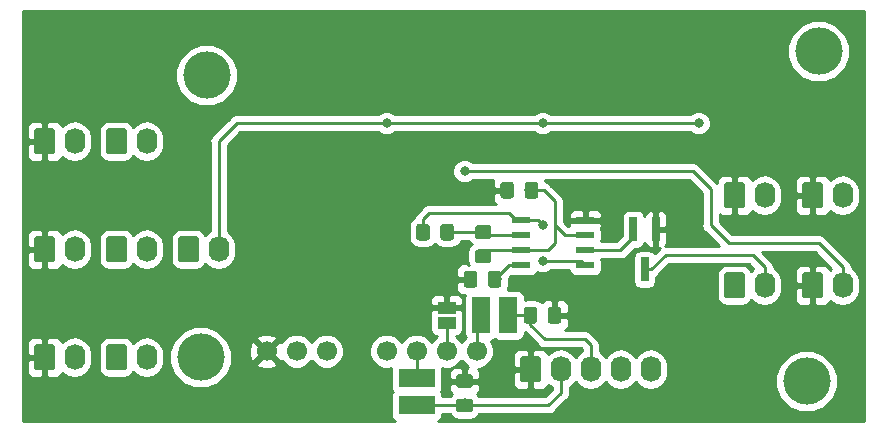
<source format=gbr>
G04 #@! TF.GenerationSoftware,KiCad,Pcbnew,5.0.1*
G04 #@! TF.CreationDate,2019-02-04T14:07:25-06:00*
G04 #@! TF.ProjectId,PowerRDP,506F7765725244502E6B696361645F70,2*
G04 #@! TF.SameCoordinates,Original*
G04 #@! TF.FileFunction,Copper,L2,Bot,Signal*
G04 #@! TF.FilePolarity,Positive*
%FSLAX46Y46*%
G04 Gerber Fmt 4.6, Leading zero omitted, Abs format (unit mm)*
G04 Created by KiCad (PCBNEW 5.0.1) date Mon 04 Feb 2019 02:07:25 PM CST*
%MOMM*%
%LPD*%
G01*
G04 APERTURE LIST*
G04 #@! TA.AperFunction,Conductor*
%ADD10C,0.100000*%
G04 #@! TD*
G04 #@! TA.AperFunction,SMDPad,CuDef*
%ADD11C,1.150000*%
G04 #@! TD*
G04 #@! TA.AperFunction,ComponentPad*
%ADD12C,1.740000*%
G04 #@! TD*
G04 #@! TA.AperFunction,ComponentPad*
%ADD13O,1.740000X2.200000*%
G04 #@! TD*
G04 #@! TA.AperFunction,SMDPad,CuDef*
%ADD14R,1.500000X1.000000*%
G04 #@! TD*
G04 #@! TA.AperFunction,SMDPad,CuDef*
%ADD15R,1.520000X3.050000*%
G04 #@! TD*
G04 #@! TA.AperFunction,SMDPad,CuDef*
%ADD16R,3.050000X1.520000*%
G04 #@! TD*
G04 #@! TA.AperFunction,SMDPad,CuDef*
%ADD17R,0.650000X2.000000*%
G04 #@! TD*
G04 #@! TA.AperFunction,ComponentPad*
%ADD18C,1.700000*%
G04 #@! TD*
G04 #@! TA.AperFunction,SMDPad,CuDef*
%ADD19R,1.550000X0.600000*%
G04 #@! TD*
G04 #@! TA.AperFunction,WasherPad*
%ADD20C,4.000000*%
G04 #@! TD*
G04 #@! TA.AperFunction,ViaPad*
%ADD21C,0.800000*%
G04 #@! TD*
G04 #@! TA.AperFunction,Conductor*
%ADD22C,0.250000*%
G04 #@! TD*
G04 #@! TA.AperFunction,Conductor*
%ADD23C,0.254000*%
G04 #@! TD*
G04 APERTURE END LIST*
D10*
G04 #@! TO.N,/-15V*
G04 #@! TO.C,C1*
G36*
X127839505Y-81597204D02*
X127863773Y-81600804D01*
X127887572Y-81606765D01*
X127910671Y-81615030D01*
X127932850Y-81625520D01*
X127953893Y-81638132D01*
X127973599Y-81652747D01*
X127991777Y-81669223D01*
X128008253Y-81687401D01*
X128022868Y-81707107D01*
X128035480Y-81728150D01*
X128045970Y-81750329D01*
X128054235Y-81773428D01*
X128060196Y-81797227D01*
X128063796Y-81821495D01*
X128065000Y-81845999D01*
X128065000Y-82746001D01*
X128063796Y-82770505D01*
X128060196Y-82794773D01*
X128054235Y-82818572D01*
X128045970Y-82841671D01*
X128035480Y-82863850D01*
X128022868Y-82884893D01*
X128008253Y-82904599D01*
X127991777Y-82922777D01*
X127973599Y-82939253D01*
X127953893Y-82953868D01*
X127932850Y-82966480D01*
X127910671Y-82976970D01*
X127887572Y-82985235D01*
X127863773Y-82991196D01*
X127839505Y-82994796D01*
X127815001Y-82996000D01*
X127164999Y-82996000D01*
X127140495Y-82994796D01*
X127116227Y-82991196D01*
X127092428Y-82985235D01*
X127069329Y-82976970D01*
X127047150Y-82966480D01*
X127026107Y-82953868D01*
X127006401Y-82939253D01*
X126988223Y-82922777D01*
X126971747Y-82904599D01*
X126957132Y-82884893D01*
X126944520Y-82863850D01*
X126934030Y-82841671D01*
X126925765Y-82818572D01*
X126919804Y-82794773D01*
X126916204Y-82770505D01*
X126915000Y-82746001D01*
X126915000Y-81845999D01*
X126916204Y-81821495D01*
X126919804Y-81797227D01*
X126925765Y-81773428D01*
X126934030Y-81750329D01*
X126944520Y-81728150D01*
X126957132Y-81707107D01*
X126971747Y-81687401D01*
X126988223Y-81669223D01*
X127006401Y-81652747D01*
X127026107Y-81638132D01*
X127047150Y-81625520D01*
X127069329Y-81615030D01*
X127092428Y-81606765D01*
X127116227Y-81600804D01*
X127140495Y-81597204D01*
X127164999Y-81596000D01*
X127815001Y-81596000D01*
X127839505Y-81597204D01*
X127839505Y-81597204D01*
G37*
D11*
G04 #@! TD*
G04 #@! TO.P,C1,1*
G04 #@! TO.N,/-15V*
X127490000Y-82296000D03*
D10*
G04 #@! TO.N,GND*
G04 #@! TO.C,C1*
G36*
X129889505Y-81597204D02*
X129913773Y-81600804D01*
X129937572Y-81606765D01*
X129960671Y-81615030D01*
X129982850Y-81625520D01*
X130003893Y-81638132D01*
X130023599Y-81652747D01*
X130041777Y-81669223D01*
X130058253Y-81687401D01*
X130072868Y-81707107D01*
X130085480Y-81728150D01*
X130095970Y-81750329D01*
X130104235Y-81773428D01*
X130110196Y-81797227D01*
X130113796Y-81821495D01*
X130115000Y-81845999D01*
X130115000Y-82746001D01*
X130113796Y-82770505D01*
X130110196Y-82794773D01*
X130104235Y-82818572D01*
X130095970Y-82841671D01*
X130085480Y-82863850D01*
X130072868Y-82884893D01*
X130058253Y-82904599D01*
X130041777Y-82922777D01*
X130023599Y-82939253D01*
X130003893Y-82953868D01*
X129982850Y-82966480D01*
X129960671Y-82976970D01*
X129937572Y-82985235D01*
X129913773Y-82991196D01*
X129889505Y-82994796D01*
X129865001Y-82996000D01*
X129214999Y-82996000D01*
X129190495Y-82994796D01*
X129166227Y-82991196D01*
X129142428Y-82985235D01*
X129119329Y-82976970D01*
X129097150Y-82966480D01*
X129076107Y-82953868D01*
X129056401Y-82939253D01*
X129038223Y-82922777D01*
X129021747Y-82904599D01*
X129007132Y-82884893D01*
X128994520Y-82863850D01*
X128984030Y-82841671D01*
X128975765Y-82818572D01*
X128969804Y-82794773D01*
X128966204Y-82770505D01*
X128965000Y-82746001D01*
X128965000Y-81845999D01*
X128966204Y-81821495D01*
X128969804Y-81797227D01*
X128975765Y-81773428D01*
X128984030Y-81750329D01*
X128994520Y-81728150D01*
X129007132Y-81707107D01*
X129021747Y-81687401D01*
X129038223Y-81669223D01*
X129056401Y-81652747D01*
X129076107Y-81638132D01*
X129097150Y-81625520D01*
X129119329Y-81615030D01*
X129142428Y-81606765D01*
X129166227Y-81600804D01*
X129190495Y-81597204D01*
X129214999Y-81596000D01*
X129865001Y-81596000D01*
X129889505Y-81597204D01*
X129889505Y-81597204D01*
G37*
D11*
G04 #@! TD*
G04 #@! TO.P,C1,2*
G04 #@! TO.N,GND*
X129540000Y-82296000D03*
D10*
G04 #@! TO.N,/+15V*
G04 #@! TO.C,C2*
G36*
X122394505Y-89351204D02*
X122418773Y-89354804D01*
X122442572Y-89360765D01*
X122465671Y-89369030D01*
X122487850Y-89379520D01*
X122508893Y-89392132D01*
X122528599Y-89406747D01*
X122546777Y-89423223D01*
X122563253Y-89441401D01*
X122577868Y-89461107D01*
X122590480Y-89482150D01*
X122600970Y-89504329D01*
X122609235Y-89527428D01*
X122615196Y-89551227D01*
X122618796Y-89575495D01*
X122620000Y-89599999D01*
X122620000Y-90250001D01*
X122618796Y-90274505D01*
X122615196Y-90298773D01*
X122609235Y-90322572D01*
X122600970Y-90345671D01*
X122590480Y-90367850D01*
X122577868Y-90388893D01*
X122563253Y-90408599D01*
X122546777Y-90426777D01*
X122528599Y-90443253D01*
X122508893Y-90457868D01*
X122487850Y-90470480D01*
X122465671Y-90480970D01*
X122442572Y-90489235D01*
X122418773Y-90495196D01*
X122394505Y-90498796D01*
X122370001Y-90500000D01*
X121469999Y-90500000D01*
X121445495Y-90498796D01*
X121421227Y-90495196D01*
X121397428Y-90489235D01*
X121374329Y-90480970D01*
X121352150Y-90470480D01*
X121331107Y-90457868D01*
X121311401Y-90443253D01*
X121293223Y-90426777D01*
X121276747Y-90408599D01*
X121262132Y-90388893D01*
X121249520Y-90367850D01*
X121239030Y-90345671D01*
X121230765Y-90322572D01*
X121224804Y-90298773D01*
X121221204Y-90274505D01*
X121220000Y-90250001D01*
X121220000Y-89599999D01*
X121221204Y-89575495D01*
X121224804Y-89551227D01*
X121230765Y-89527428D01*
X121239030Y-89504329D01*
X121249520Y-89482150D01*
X121262132Y-89461107D01*
X121276747Y-89441401D01*
X121293223Y-89423223D01*
X121311401Y-89406747D01*
X121331107Y-89392132D01*
X121352150Y-89379520D01*
X121374329Y-89369030D01*
X121397428Y-89360765D01*
X121421227Y-89354804D01*
X121445495Y-89351204D01*
X121469999Y-89350000D01*
X122370001Y-89350000D01*
X122394505Y-89351204D01*
X122394505Y-89351204D01*
G37*
D11*
G04 #@! TD*
G04 #@! TO.P,C2,1*
G04 #@! TO.N,/+15V*
X121920000Y-89925000D03*
D10*
G04 #@! TO.N,GND*
G04 #@! TO.C,C2*
G36*
X122394505Y-87301204D02*
X122418773Y-87304804D01*
X122442572Y-87310765D01*
X122465671Y-87319030D01*
X122487850Y-87329520D01*
X122508893Y-87342132D01*
X122528599Y-87356747D01*
X122546777Y-87373223D01*
X122563253Y-87391401D01*
X122577868Y-87411107D01*
X122590480Y-87432150D01*
X122600970Y-87454329D01*
X122609235Y-87477428D01*
X122615196Y-87501227D01*
X122618796Y-87525495D01*
X122620000Y-87549999D01*
X122620000Y-88200001D01*
X122618796Y-88224505D01*
X122615196Y-88248773D01*
X122609235Y-88272572D01*
X122600970Y-88295671D01*
X122590480Y-88317850D01*
X122577868Y-88338893D01*
X122563253Y-88358599D01*
X122546777Y-88376777D01*
X122528599Y-88393253D01*
X122508893Y-88407868D01*
X122487850Y-88420480D01*
X122465671Y-88430970D01*
X122442572Y-88439235D01*
X122418773Y-88445196D01*
X122394505Y-88448796D01*
X122370001Y-88450000D01*
X121469999Y-88450000D01*
X121445495Y-88448796D01*
X121421227Y-88445196D01*
X121397428Y-88439235D01*
X121374329Y-88430970D01*
X121352150Y-88420480D01*
X121331107Y-88407868D01*
X121311401Y-88393253D01*
X121293223Y-88376777D01*
X121276747Y-88358599D01*
X121262132Y-88338893D01*
X121249520Y-88317850D01*
X121239030Y-88295671D01*
X121230765Y-88272572D01*
X121224804Y-88248773D01*
X121221204Y-88224505D01*
X121220000Y-88200001D01*
X121220000Y-87549999D01*
X121221204Y-87525495D01*
X121224804Y-87501227D01*
X121230765Y-87477428D01*
X121239030Y-87454329D01*
X121249520Y-87432150D01*
X121262132Y-87411107D01*
X121276747Y-87391401D01*
X121293223Y-87373223D01*
X121311401Y-87356747D01*
X121331107Y-87342132D01*
X121352150Y-87329520D01*
X121374329Y-87319030D01*
X121397428Y-87310765D01*
X121421227Y-87304804D01*
X121445495Y-87301204D01*
X121469999Y-87300000D01*
X122370001Y-87300000D01*
X122394505Y-87301204D01*
X122394505Y-87301204D01*
G37*
D11*
G04 #@! TD*
G04 #@! TO.P,C2,2*
G04 #@! TO.N,GND*
X121920000Y-87875000D03*
D10*
G04 #@! TO.N,GND*
G04 #@! TO.C,C9*
G36*
X122768505Y-78549204D02*
X122792773Y-78552804D01*
X122816572Y-78558765D01*
X122839671Y-78567030D01*
X122861850Y-78577520D01*
X122882893Y-78590132D01*
X122902599Y-78604747D01*
X122920777Y-78621223D01*
X122937253Y-78639401D01*
X122951868Y-78659107D01*
X122964480Y-78680150D01*
X122974970Y-78702329D01*
X122983235Y-78725428D01*
X122989196Y-78749227D01*
X122992796Y-78773495D01*
X122994000Y-78797999D01*
X122994000Y-79698001D01*
X122992796Y-79722505D01*
X122989196Y-79746773D01*
X122983235Y-79770572D01*
X122974970Y-79793671D01*
X122964480Y-79815850D01*
X122951868Y-79836893D01*
X122937253Y-79856599D01*
X122920777Y-79874777D01*
X122902599Y-79891253D01*
X122882893Y-79905868D01*
X122861850Y-79918480D01*
X122839671Y-79928970D01*
X122816572Y-79937235D01*
X122792773Y-79943196D01*
X122768505Y-79946796D01*
X122744001Y-79948000D01*
X122093999Y-79948000D01*
X122069495Y-79946796D01*
X122045227Y-79943196D01*
X122021428Y-79937235D01*
X121998329Y-79928970D01*
X121976150Y-79918480D01*
X121955107Y-79905868D01*
X121935401Y-79891253D01*
X121917223Y-79874777D01*
X121900747Y-79856599D01*
X121886132Y-79836893D01*
X121873520Y-79815850D01*
X121863030Y-79793671D01*
X121854765Y-79770572D01*
X121848804Y-79746773D01*
X121845204Y-79722505D01*
X121844000Y-79698001D01*
X121844000Y-78797999D01*
X121845204Y-78773495D01*
X121848804Y-78749227D01*
X121854765Y-78725428D01*
X121863030Y-78702329D01*
X121873520Y-78680150D01*
X121886132Y-78659107D01*
X121900747Y-78639401D01*
X121917223Y-78621223D01*
X121935401Y-78604747D01*
X121955107Y-78590132D01*
X121976150Y-78577520D01*
X121998329Y-78567030D01*
X122021428Y-78558765D01*
X122045227Y-78552804D01*
X122069495Y-78549204D01*
X122093999Y-78548000D01*
X122744001Y-78548000D01*
X122768505Y-78549204D01*
X122768505Y-78549204D01*
G37*
D11*
G04 #@! TD*
G04 #@! TO.P,C9,2*
G04 #@! TO.N,GND*
X122419000Y-79248000D03*
D10*
G04 #@! TO.N,Net-(C9-Pad1)*
G04 #@! TO.C,C9*
G36*
X124818505Y-78549204D02*
X124842773Y-78552804D01*
X124866572Y-78558765D01*
X124889671Y-78567030D01*
X124911850Y-78577520D01*
X124932893Y-78590132D01*
X124952599Y-78604747D01*
X124970777Y-78621223D01*
X124987253Y-78639401D01*
X125001868Y-78659107D01*
X125014480Y-78680150D01*
X125024970Y-78702329D01*
X125033235Y-78725428D01*
X125039196Y-78749227D01*
X125042796Y-78773495D01*
X125044000Y-78797999D01*
X125044000Y-79698001D01*
X125042796Y-79722505D01*
X125039196Y-79746773D01*
X125033235Y-79770572D01*
X125024970Y-79793671D01*
X125014480Y-79815850D01*
X125001868Y-79836893D01*
X124987253Y-79856599D01*
X124970777Y-79874777D01*
X124952599Y-79891253D01*
X124932893Y-79905868D01*
X124911850Y-79918480D01*
X124889671Y-79928970D01*
X124866572Y-79937235D01*
X124842773Y-79943196D01*
X124818505Y-79946796D01*
X124794001Y-79948000D01*
X124143999Y-79948000D01*
X124119495Y-79946796D01*
X124095227Y-79943196D01*
X124071428Y-79937235D01*
X124048329Y-79928970D01*
X124026150Y-79918480D01*
X124005107Y-79905868D01*
X123985401Y-79891253D01*
X123967223Y-79874777D01*
X123950747Y-79856599D01*
X123936132Y-79836893D01*
X123923520Y-79815850D01*
X123913030Y-79793671D01*
X123904765Y-79770572D01*
X123898804Y-79746773D01*
X123895204Y-79722505D01*
X123894000Y-79698001D01*
X123894000Y-78797999D01*
X123895204Y-78773495D01*
X123898804Y-78749227D01*
X123904765Y-78725428D01*
X123913030Y-78702329D01*
X123923520Y-78680150D01*
X123936132Y-78659107D01*
X123950747Y-78639401D01*
X123967223Y-78621223D01*
X123985401Y-78604747D01*
X124005107Y-78590132D01*
X124026150Y-78577520D01*
X124048329Y-78567030D01*
X124071428Y-78558765D01*
X124095227Y-78552804D01*
X124119495Y-78549204D01*
X124143999Y-78548000D01*
X124794001Y-78548000D01*
X124818505Y-78549204D01*
X124818505Y-78549204D01*
G37*
D11*
G04 #@! TD*
G04 #@! TO.P,C9,1*
G04 #@! TO.N,Net-(C9-Pad1)*
X124469000Y-79248000D03*
D10*
G04 #@! TO.N,GND*
G04 #@! TO.C,C10*
G36*
X125878953Y-71011523D02*
X125903221Y-71015123D01*
X125927020Y-71021084D01*
X125950119Y-71029349D01*
X125972298Y-71039839D01*
X125993341Y-71052451D01*
X126013047Y-71067066D01*
X126031225Y-71083542D01*
X126047701Y-71101720D01*
X126062316Y-71121426D01*
X126074928Y-71142469D01*
X126085418Y-71164648D01*
X126093683Y-71187747D01*
X126099644Y-71211546D01*
X126103244Y-71235814D01*
X126104448Y-71260318D01*
X126104448Y-72160320D01*
X126103244Y-72184824D01*
X126099644Y-72209092D01*
X126093683Y-72232891D01*
X126085418Y-72255990D01*
X126074928Y-72278169D01*
X126062316Y-72299212D01*
X126047701Y-72318918D01*
X126031225Y-72337096D01*
X126013047Y-72353572D01*
X125993341Y-72368187D01*
X125972298Y-72380799D01*
X125950119Y-72391289D01*
X125927020Y-72399554D01*
X125903221Y-72405515D01*
X125878953Y-72409115D01*
X125854449Y-72410319D01*
X125204447Y-72410319D01*
X125179943Y-72409115D01*
X125155675Y-72405515D01*
X125131876Y-72399554D01*
X125108777Y-72391289D01*
X125086598Y-72380799D01*
X125065555Y-72368187D01*
X125045849Y-72353572D01*
X125027671Y-72337096D01*
X125011195Y-72318918D01*
X124996580Y-72299212D01*
X124983968Y-72278169D01*
X124973478Y-72255990D01*
X124965213Y-72232891D01*
X124959252Y-72209092D01*
X124955652Y-72184824D01*
X124954448Y-72160320D01*
X124954448Y-71260318D01*
X124955652Y-71235814D01*
X124959252Y-71211546D01*
X124965213Y-71187747D01*
X124973478Y-71164648D01*
X124983968Y-71142469D01*
X124996580Y-71121426D01*
X125011195Y-71101720D01*
X125027671Y-71083542D01*
X125045849Y-71067066D01*
X125065555Y-71052451D01*
X125086598Y-71039839D01*
X125108777Y-71029349D01*
X125131876Y-71021084D01*
X125155675Y-71015123D01*
X125179943Y-71011523D01*
X125204447Y-71010319D01*
X125854449Y-71010319D01*
X125878953Y-71011523D01*
X125878953Y-71011523D01*
G37*
D11*
G04 #@! TD*
G04 #@! TO.P,C10,2*
G04 #@! TO.N,GND*
X125529448Y-71710319D03*
D10*
G04 #@! TO.N,/THR*
G04 #@! TO.C,C10*
G36*
X127928953Y-71011523D02*
X127953221Y-71015123D01*
X127977020Y-71021084D01*
X128000119Y-71029349D01*
X128022298Y-71039839D01*
X128043341Y-71052451D01*
X128063047Y-71067066D01*
X128081225Y-71083542D01*
X128097701Y-71101720D01*
X128112316Y-71121426D01*
X128124928Y-71142469D01*
X128135418Y-71164648D01*
X128143683Y-71187747D01*
X128149644Y-71211546D01*
X128153244Y-71235814D01*
X128154448Y-71260318D01*
X128154448Y-72160320D01*
X128153244Y-72184824D01*
X128149644Y-72209092D01*
X128143683Y-72232891D01*
X128135418Y-72255990D01*
X128124928Y-72278169D01*
X128112316Y-72299212D01*
X128097701Y-72318918D01*
X128081225Y-72337096D01*
X128063047Y-72353572D01*
X128043341Y-72368187D01*
X128022298Y-72380799D01*
X128000119Y-72391289D01*
X127977020Y-72399554D01*
X127953221Y-72405515D01*
X127928953Y-72409115D01*
X127904449Y-72410319D01*
X127254447Y-72410319D01*
X127229943Y-72409115D01*
X127205675Y-72405515D01*
X127181876Y-72399554D01*
X127158777Y-72391289D01*
X127136598Y-72380799D01*
X127115555Y-72368187D01*
X127095849Y-72353572D01*
X127077671Y-72337096D01*
X127061195Y-72318918D01*
X127046580Y-72299212D01*
X127033968Y-72278169D01*
X127023478Y-72255990D01*
X127015213Y-72232891D01*
X127009252Y-72209092D01*
X127005652Y-72184824D01*
X127004448Y-72160320D01*
X127004448Y-71260318D01*
X127005652Y-71235814D01*
X127009252Y-71211546D01*
X127015213Y-71187747D01*
X127023478Y-71164648D01*
X127033968Y-71142469D01*
X127046580Y-71121426D01*
X127061195Y-71101720D01*
X127077671Y-71083542D01*
X127095849Y-71067066D01*
X127115555Y-71052451D01*
X127136598Y-71039839D01*
X127158777Y-71029349D01*
X127181876Y-71021084D01*
X127205675Y-71015123D01*
X127229943Y-71011523D01*
X127254447Y-71010319D01*
X127904449Y-71010319D01*
X127928953Y-71011523D01*
X127928953Y-71011523D01*
G37*
D11*
G04 #@! TD*
G04 #@! TO.P,C10,1*
G04 #@! TO.N,/THR*
X127579448Y-71710319D03*
D10*
G04 #@! TO.N,GND*
G04 #@! TO.C,J1*
G36*
X87004505Y-66465204D02*
X87028773Y-66468804D01*
X87052572Y-66474765D01*
X87075671Y-66483030D01*
X87097850Y-66493520D01*
X87118893Y-66506132D01*
X87138599Y-66520747D01*
X87156777Y-66537223D01*
X87173253Y-66555401D01*
X87187868Y-66575107D01*
X87200480Y-66596150D01*
X87210970Y-66618329D01*
X87219235Y-66641428D01*
X87225196Y-66665227D01*
X87228796Y-66689495D01*
X87230000Y-66713999D01*
X87230000Y-68414001D01*
X87228796Y-68438505D01*
X87225196Y-68462773D01*
X87219235Y-68486572D01*
X87210970Y-68509671D01*
X87200480Y-68531850D01*
X87187868Y-68552893D01*
X87173253Y-68572599D01*
X87156777Y-68590777D01*
X87138599Y-68607253D01*
X87118893Y-68621868D01*
X87097850Y-68634480D01*
X87075671Y-68644970D01*
X87052572Y-68653235D01*
X87028773Y-68659196D01*
X87004505Y-68662796D01*
X86980001Y-68664000D01*
X85739999Y-68664000D01*
X85715495Y-68662796D01*
X85691227Y-68659196D01*
X85667428Y-68653235D01*
X85644329Y-68644970D01*
X85622150Y-68634480D01*
X85601107Y-68621868D01*
X85581401Y-68607253D01*
X85563223Y-68590777D01*
X85546747Y-68572599D01*
X85532132Y-68552893D01*
X85519520Y-68531850D01*
X85509030Y-68509671D01*
X85500765Y-68486572D01*
X85494804Y-68462773D01*
X85491204Y-68438505D01*
X85490000Y-68414001D01*
X85490000Y-66713999D01*
X85491204Y-66689495D01*
X85494804Y-66665227D01*
X85500765Y-66641428D01*
X85509030Y-66618329D01*
X85519520Y-66596150D01*
X85532132Y-66575107D01*
X85546747Y-66555401D01*
X85563223Y-66537223D01*
X85581401Y-66520747D01*
X85601107Y-66506132D01*
X85622150Y-66493520D01*
X85644329Y-66483030D01*
X85667428Y-66474765D01*
X85691227Y-66468804D01*
X85715495Y-66465204D01*
X85739999Y-66464000D01*
X86980001Y-66464000D01*
X87004505Y-66465204D01*
X87004505Y-66465204D01*
G37*
D12*
G04 #@! TD*
G04 #@! TO.P,J1,1*
G04 #@! TO.N,GND*
X86360000Y-67564000D03*
D13*
G04 #@! TO.P,J1,2*
G04 #@! TO.N,Net-(J1-Pad2)*
X88900000Y-67564000D03*
G04 #@! TD*
D10*
G04 #@! TO.N,Net-(J1-Pad2)*
G04 #@! TO.C,J2*
G36*
X93100505Y-66465204D02*
X93124773Y-66468804D01*
X93148572Y-66474765D01*
X93171671Y-66483030D01*
X93193850Y-66493520D01*
X93214893Y-66506132D01*
X93234599Y-66520747D01*
X93252777Y-66537223D01*
X93269253Y-66555401D01*
X93283868Y-66575107D01*
X93296480Y-66596150D01*
X93306970Y-66618329D01*
X93315235Y-66641428D01*
X93321196Y-66665227D01*
X93324796Y-66689495D01*
X93326000Y-66713999D01*
X93326000Y-68414001D01*
X93324796Y-68438505D01*
X93321196Y-68462773D01*
X93315235Y-68486572D01*
X93306970Y-68509671D01*
X93296480Y-68531850D01*
X93283868Y-68552893D01*
X93269253Y-68572599D01*
X93252777Y-68590777D01*
X93234599Y-68607253D01*
X93214893Y-68621868D01*
X93193850Y-68634480D01*
X93171671Y-68644970D01*
X93148572Y-68653235D01*
X93124773Y-68659196D01*
X93100505Y-68662796D01*
X93076001Y-68664000D01*
X91835999Y-68664000D01*
X91811495Y-68662796D01*
X91787227Y-68659196D01*
X91763428Y-68653235D01*
X91740329Y-68644970D01*
X91718150Y-68634480D01*
X91697107Y-68621868D01*
X91677401Y-68607253D01*
X91659223Y-68590777D01*
X91642747Y-68572599D01*
X91628132Y-68552893D01*
X91615520Y-68531850D01*
X91605030Y-68509671D01*
X91596765Y-68486572D01*
X91590804Y-68462773D01*
X91587204Y-68438505D01*
X91586000Y-68414001D01*
X91586000Y-66713999D01*
X91587204Y-66689495D01*
X91590804Y-66665227D01*
X91596765Y-66641428D01*
X91605030Y-66618329D01*
X91615520Y-66596150D01*
X91628132Y-66575107D01*
X91642747Y-66555401D01*
X91659223Y-66537223D01*
X91677401Y-66520747D01*
X91697107Y-66506132D01*
X91718150Y-66493520D01*
X91740329Y-66483030D01*
X91763428Y-66474765D01*
X91787227Y-66468804D01*
X91811495Y-66465204D01*
X91835999Y-66464000D01*
X93076001Y-66464000D01*
X93100505Y-66465204D01*
X93100505Y-66465204D01*
G37*
D12*
G04 #@! TD*
G04 #@! TO.P,J2,1*
G04 #@! TO.N,Net-(J1-Pad2)*
X92456000Y-67564000D03*
D13*
G04 #@! TO.P,J2,2*
G04 #@! TO.N,+BATT*
X94996000Y-67564000D03*
G04 #@! TD*
G04 #@! TO.P,J3,2*
G04 #@! TO.N,Net-(J3-Pad2)*
X88900000Y-76708000D03*
D10*
G04 #@! TD*
G04 #@! TO.N,GND*
G04 #@! TO.C,J3*
G36*
X87004505Y-75609204D02*
X87028773Y-75612804D01*
X87052572Y-75618765D01*
X87075671Y-75627030D01*
X87097850Y-75637520D01*
X87118893Y-75650132D01*
X87138599Y-75664747D01*
X87156777Y-75681223D01*
X87173253Y-75699401D01*
X87187868Y-75719107D01*
X87200480Y-75740150D01*
X87210970Y-75762329D01*
X87219235Y-75785428D01*
X87225196Y-75809227D01*
X87228796Y-75833495D01*
X87230000Y-75857999D01*
X87230000Y-77558001D01*
X87228796Y-77582505D01*
X87225196Y-77606773D01*
X87219235Y-77630572D01*
X87210970Y-77653671D01*
X87200480Y-77675850D01*
X87187868Y-77696893D01*
X87173253Y-77716599D01*
X87156777Y-77734777D01*
X87138599Y-77751253D01*
X87118893Y-77765868D01*
X87097850Y-77778480D01*
X87075671Y-77788970D01*
X87052572Y-77797235D01*
X87028773Y-77803196D01*
X87004505Y-77806796D01*
X86980001Y-77808000D01*
X85739999Y-77808000D01*
X85715495Y-77806796D01*
X85691227Y-77803196D01*
X85667428Y-77797235D01*
X85644329Y-77788970D01*
X85622150Y-77778480D01*
X85601107Y-77765868D01*
X85581401Y-77751253D01*
X85563223Y-77734777D01*
X85546747Y-77716599D01*
X85532132Y-77696893D01*
X85519520Y-77675850D01*
X85509030Y-77653671D01*
X85500765Y-77630572D01*
X85494804Y-77606773D01*
X85491204Y-77582505D01*
X85490000Y-77558001D01*
X85490000Y-75857999D01*
X85491204Y-75833495D01*
X85494804Y-75809227D01*
X85500765Y-75785428D01*
X85509030Y-75762329D01*
X85519520Y-75740150D01*
X85532132Y-75719107D01*
X85546747Y-75699401D01*
X85563223Y-75681223D01*
X85581401Y-75664747D01*
X85601107Y-75650132D01*
X85622150Y-75637520D01*
X85644329Y-75627030D01*
X85667428Y-75618765D01*
X85691227Y-75612804D01*
X85715495Y-75609204D01*
X85739999Y-75608000D01*
X86980001Y-75608000D01*
X87004505Y-75609204D01*
X87004505Y-75609204D01*
G37*
D12*
G04 #@! TO.P,J3,1*
G04 #@! TO.N,GND*
X86360000Y-76708000D03*
G04 #@! TD*
D10*
G04 #@! TO.N,Net-(J3-Pad2)*
G04 #@! TO.C,J4*
G36*
X93100505Y-75609204D02*
X93124773Y-75612804D01*
X93148572Y-75618765D01*
X93171671Y-75627030D01*
X93193850Y-75637520D01*
X93214893Y-75650132D01*
X93234599Y-75664747D01*
X93252777Y-75681223D01*
X93269253Y-75699401D01*
X93283868Y-75719107D01*
X93296480Y-75740150D01*
X93306970Y-75762329D01*
X93315235Y-75785428D01*
X93321196Y-75809227D01*
X93324796Y-75833495D01*
X93326000Y-75857999D01*
X93326000Y-77558001D01*
X93324796Y-77582505D01*
X93321196Y-77606773D01*
X93315235Y-77630572D01*
X93306970Y-77653671D01*
X93296480Y-77675850D01*
X93283868Y-77696893D01*
X93269253Y-77716599D01*
X93252777Y-77734777D01*
X93234599Y-77751253D01*
X93214893Y-77765868D01*
X93193850Y-77778480D01*
X93171671Y-77788970D01*
X93148572Y-77797235D01*
X93124773Y-77803196D01*
X93100505Y-77806796D01*
X93076001Y-77808000D01*
X91835999Y-77808000D01*
X91811495Y-77806796D01*
X91787227Y-77803196D01*
X91763428Y-77797235D01*
X91740329Y-77788970D01*
X91718150Y-77778480D01*
X91697107Y-77765868D01*
X91677401Y-77751253D01*
X91659223Y-77734777D01*
X91642747Y-77716599D01*
X91628132Y-77696893D01*
X91615520Y-77675850D01*
X91605030Y-77653671D01*
X91596765Y-77630572D01*
X91590804Y-77606773D01*
X91587204Y-77582505D01*
X91586000Y-77558001D01*
X91586000Y-75857999D01*
X91587204Y-75833495D01*
X91590804Y-75809227D01*
X91596765Y-75785428D01*
X91605030Y-75762329D01*
X91615520Y-75740150D01*
X91628132Y-75719107D01*
X91642747Y-75699401D01*
X91659223Y-75681223D01*
X91677401Y-75664747D01*
X91697107Y-75650132D01*
X91718150Y-75637520D01*
X91740329Y-75627030D01*
X91763428Y-75618765D01*
X91787227Y-75612804D01*
X91811495Y-75609204D01*
X91835999Y-75608000D01*
X93076001Y-75608000D01*
X93100505Y-75609204D01*
X93100505Y-75609204D01*
G37*
D12*
G04 #@! TD*
G04 #@! TO.P,J4,1*
G04 #@! TO.N,Net-(J3-Pad2)*
X92456000Y-76708000D03*
D13*
G04 #@! TO.P,J4,2*
G04 #@! TO.N,+BATT*
X94996000Y-76708000D03*
G04 #@! TD*
G04 #@! TO.P,J5,2*
G04 #@! TO.N,Net-(J5-Pad2)*
X88900000Y-85852000D03*
D10*
G04 #@! TD*
G04 #@! TO.N,GND*
G04 #@! TO.C,J5*
G36*
X87004505Y-84753204D02*
X87028773Y-84756804D01*
X87052572Y-84762765D01*
X87075671Y-84771030D01*
X87097850Y-84781520D01*
X87118893Y-84794132D01*
X87138599Y-84808747D01*
X87156777Y-84825223D01*
X87173253Y-84843401D01*
X87187868Y-84863107D01*
X87200480Y-84884150D01*
X87210970Y-84906329D01*
X87219235Y-84929428D01*
X87225196Y-84953227D01*
X87228796Y-84977495D01*
X87230000Y-85001999D01*
X87230000Y-86702001D01*
X87228796Y-86726505D01*
X87225196Y-86750773D01*
X87219235Y-86774572D01*
X87210970Y-86797671D01*
X87200480Y-86819850D01*
X87187868Y-86840893D01*
X87173253Y-86860599D01*
X87156777Y-86878777D01*
X87138599Y-86895253D01*
X87118893Y-86909868D01*
X87097850Y-86922480D01*
X87075671Y-86932970D01*
X87052572Y-86941235D01*
X87028773Y-86947196D01*
X87004505Y-86950796D01*
X86980001Y-86952000D01*
X85739999Y-86952000D01*
X85715495Y-86950796D01*
X85691227Y-86947196D01*
X85667428Y-86941235D01*
X85644329Y-86932970D01*
X85622150Y-86922480D01*
X85601107Y-86909868D01*
X85581401Y-86895253D01*
X85563223Y-86878777D01*
X85546747Y-86860599D01*
X85532132Y-86840893D01*
X85519520Y-86819850D01*
X85509030Y-86797671D01*
X85500765Y-86774572D01*
X85494804Y-86750773D01*
X85491204Y-86726505D01*
X85490000Y-86702001D01*
X85490000Y-85001999D01*
X85491204Y-84977495D01*
X85494804Y-84953227D01*
X85500765Y-84929428D01*
X85509030Y-84906329D01*
X85519520Y-84884150D01*
X85532132Y-84863107D01*
X85546747Y-84843401D01*
X85563223Y-84825223D01*
X85581401Y-84808747D01*
X85601107Y-84794132D01*
X85622150Y-84781520D01*
X85644329Y-84771030D01*
X85667428Y-84762765D01*
X85691227Y-84756804D01*
X85715495Y-84753204D01*
X85739999Y-84752000D01*
X86980001Y-84752000D01*
X87004505Y-84753204D01*
X87004505Y-84753204D01*
G37*
D12*
G04 #@! TO.P,J5,1*
G04 #@! TO.N,GND*
X86360000Y-85852000D03*
G04 #@! TD*
D13*
G04 #@! TO.P,J6,2*
G04 #@! TO.N,+BATT*
X94996000Y-85852000D03*
D10*
G04 #@! TD*
G04 #@! TO.N,Net-(J5-Pad2)*
G04 #@! TO.C,J6*
G36*
X93100505Y-84753204D02*
X93124773Y-84756804D01*
X93148572Y-84762765D01*
X93171671Y-84771030D01*
X93193850Y-84781520D01*
X93214893Y-84794132D01*
X93234599Y-84808747D01*
X93252777Y-84825223D01*
X93269253Y-84843401D01*
X93283868Y-84863107D01*
X93296480Y-84884150D01*
X93306970Y-84906329D01*
X93315235Y-84929428D01*
X93321196Y-84953227D01*
X93324796Y-84977495D01*
X93326000Y-85001999D01*
X93326000Y-86702001D01*
X93324796Y-86726505D01*
X93321196Y-86750773D01*
X93315235Y-86774572D01*
X93306970Y-86797671D01*
X93296480Y-86819850D01*
X93283868Y-86840893D01*
X93269253Y-86860599D01*
X93252777Y-86878777D01*
X93234599Y-86895253D01*
X93214893Y-86909868D01*
X93193850Y-86922480D01*
X93171671Y-86932970D01*
X93148572Y-86941235D01*
X93124773Y-86947196D01*
X93100505Y-86950796D01*
X93076001Y-86952000D01*
X91835999Y-86952000D01*
X91811495Y-86950796D01*
X91787227Y-86947196D01*
X91763428Y-86941235D01*
X91740329Y-86932970D01*
X91718150Y-86922480D01*
X91697107Y-86909868D01*
X91677401Y-86895253D01*
X91659223Y-86878777D01*
X91642747Y-86860599D01*
X91628132Y-86840893D01*
X91615520Y-86819850D01*
X91605030Y-86797671D01*
X91596765Y-86774572D01*
X91590804Y-86750773D01*
X91587204Y-86726505D01*
X91586000Y-86702001D01*
X91586000Y-85001999D01*
X91587204Y-84977495D01*
X91590804Y-84953227D01*
X91596765Y-84929428D01*
X91605030Y-84906329D01*
X91615520Y-84884150D01*
X91628132Y-84863107D01*
X91642747Y-84843401D01*
X91659223Y-84825223D01*
X91677401Y-84808747D01*
X91697107Y-84794132D01*
X91718150Y-84781520D01*
X91740329Y-84771030D01*
X91763428Y-84762765D01*
X91787227Y-84756804D01*
X91811495Y-84753204D01*
X91835999Y-84752000D01*
X93076001Y-84752000D01*
X93100505Y-84753204D01*
X93100505Y-84753204D01*
G37*
D12*
G04 #@! TO.P,J6,1*
G04 #@! TO.N,Net-(J5-Pad2)*
X92456000Y-85852000D03*
G04 #@! TD*
D13*
G04 #@! TO.P,J7,2*
G04 #@! TO.N,/+3.3V*
X153924000Y-72136000D03*
D10*
G04 #@! TD*
G04 #@! TO.N,GND*
G04 #@! TO.C,J7*
G36*
X152028505Y-71037204D02*
X152052773Y-71040804D01*
X152076572Y-71046765D01*
X152099671Y-71055030D01*
X152121850Y-71065520D01*
X152142893Y-71078132D01*
X152162599Y-71092747D01*
X152180777Y-71109223D01*
X152197253Y-71127401D01*
X152211868Y-71147107D01*
X152224480Y-71168150D01*
X152234970Y-71190329D01*
X152243235Y-71213428D01*
X152249196Y-71237227D01*
X152252796Y-71261495D01*
X152254000Y-71285999D01*
X152254000Y-72986001D01*
X152252796Y-73010505D01*
X152249196Y-73034773D01*
X152243235Y-73058572D01*
X152234970Y-73081671D01*
X152224480Y-73103850D01*
X152211868Y-73124893D01*
X152197253Y-73144599D01*
X152180777Y-73162777D01*
X152162599Y-73179253D01*
X152142893Y-73193868D01*
X152121850Y-73206480D01*
X152099671Y-73216970D01*
X152076572Y-73225235D01*
X152052773Y-73231196D01*
X152028505Y-73234796D01*
X152004001Y-73236000D01*
X150763999Y-73236000D01*
X150739495Y-73234796D01*
X150715227Y-73231196D01*
X150691428Y-73225235D01*
X150668329Y-73216970D01*
X150646150Y-73206480D01*
X150625107Y-73193868D01*
X150605401Y-73179253D01*
X150587223Y-73162777D01*
X150570747Y-73144599D01*
X150556132Y-73124893D01*
X150543520Y-73103850D01*
X150533030Y-73081671D01*
X150524765Y-73058572D01*
X150518804Y-73034773D01*
X150515204Y-73010505D01*
X150514000Y-72986001D01*
X150514000Y-71285999D01*
X150515204Y-71261495D01*
X150518804Y-71237227D01*
X150524765Y-71213428D01*
X150533030Y-71190329D01*
X150543520Y-71168150D01*
X150556132Y-71147107D01*
X150570747Y-71127401D01*
X150587223Y-71109223D01*
X150605401Y-71092747D01*
X150625107Y-71078132D01*
X150646150Y-71065520D01*
X150668329Y-71055030D01*
X150691428Y-71046765D01*
X150715227Y-71040804D01*
X150739495Y-71037204D01*
X150763999Y-71036000D01*
X152004001Y-71036000D01*
X152028505Y-71037204D01*
X152028505Y-71037204D01*
G37*
D12*
G04 #@! TO.P,J7,1*
G04 #@! TO.N,GND*
X151384000Y-72136000D03*
G04 #@! TD*
D10*
G04 #@! TO.N,GND*
G04 #@! TO.C,J8*
G36*
X152028505Y-78657204D02*
X152052773Y-78660804D01*
X152076572Y-78666765D01*
X152099671Y-78675030D01*
X152121850Y-78685520D01*
X152142893Y-78698132D01*
X152162599Y-78712747D01*
X152180777Y-78729223D01*
X152197253Y-78747401D01*
X152211868Y-78767107D01*
X152224480Y-78788150D01*
X152234970Y-78810329D01*
X152243235Y-78833428D01*
X152249196Y-78857227D01*
X152252796Y-78881495D01*
X152254000Y-78905999D01*
X152254000Y-80606001D01*
X152252796Y-80630505D01*
X152249196Y-80654773D01*
X152243235Y-80678572D01*
X152234970Y-80701671D01*
X152224480Y-80723850D01*
X152211868Y-80744893D01*
X152197253Y-80764599D01*
X152180777Y-80782777D01*
X152162599Y-80799253D01*
X152142893Y-80813868D01*
X152121850Y-80826480D01*
X152099671Y-80836970D01*
X152076572Y-80845235D01*
X152052773Y-80851196D01*
X152028505Y-80854796D01*
X152004001Y-80856000D01*
X150763999Y-80856000D01*
X150739495Y-80854796D01*
X150715227Y-80851196D01*
X150691428Y-80845235D01*
X150668329Y-80836970D01*
X150646150Y-80826480D01*
X150625107Y-80813868D01*
X150605401Y-80799253D01*
X150587223Y-80782777D01*
X150570747Y-80764599D01*
X150556132Y-80744893D01*
X150543520Y-80723850D01*
X150533030Y-80701671D01*
X150524765Y-80678572D01*
X150518804Y-80654773D01*
X150515204Y-80630505D01*
X150514000Y-80606001D01*
X150514000Y-78905999D01*
X150515204Y-78881495D01*
X150518804Y-78857227D01*
X150524765Y-78833428D01*
X150533030Y-78810329D01*
X150543520Y-78788150D01*
X150556132Y-78767107D01*
X150570747Y-78747401D01*
X150587223Y-78729223D01*
X150605401Y-78712747D01*
X150625107Y-78698132D01*
X150646150Y-78685520D01*
X150668329Y-78675030D01*
X150691428Y-78666765D01*
X150715227Y-78660804D01*
X150739495Y-78657204D01*
X150763999Y-78656000D01*
X152004001Y-78656000D01*
X152028505Y-78657204D01*
X152028505Y-78657204D01*
G37*
D12*
G04 #@! TD*
G04 #@! TO.P,J8,1*
G04 #@! TO.N,GND*
X151384000Y-79756000D03*
D13*
G04 #@! TO.P,J8,2*
G04 #@! TO.N,/+5V*
X153924000Y-79756000D03*
G04 #@! TD*
D10*
G04 #@! TO.N,GND*
G04 #@! TO.C,J9*
G36*
X145424505Y-71037204D02*
X145448773Y-71040804D01*
X145472572Y-71046765D01*
X145495671Y-71055030D01*
X145517850Y-71065520D01*
X145538893Y-71078132D01*
X145558599Y-71092747D01*
X145576777Y-71109223D01*
X145593253Y-71127401D01*
X145607868Y-71147107D01*
X145620480Y-71168150D01*
X145630970Y-71190329D01*
X145639235Y-71213428D01*
X145645196Y-71237227D01*
X145648796Y-71261495D01*
X145650000Y-71285999D01*
X145650000Y-72986001D01*
X145648796Y-73010505D01*
X145645196Y-73034773D01*
X145639235Y-73058572D01*
X145630970Y-73081671D01*
X145620480Y-73103850D01*
X145607868Y-73124893D01*
X145593253Y-73144599D01*
X145576777Y-73162777D01*
X145558599Y-73179253D01*
X145538893Y-73193868D01*
X145517850Y-73206480D01*
X145495671Y-73216970D01*
X145472572Y-73225235D01*
X145448773Y-73231196D01*
X145424505Y-73234796D01*
X145400001Y-73236000D01*
X144159999Y-73236000D01*
X144135495Y-73234796D01*
X144111227Y-73231196D01*
X144087428Y-73225235D01*
X144064329Y-73216970D01*
X144042150Y-73206480D01*
X144021107Y-73193868D01*
X144001401Y-73179253D01*
X143983223Y-73162777D01*
X143966747Y-73144599D01*
X143952132Y-73124893D01*
X143939520Y-73103850D01*
X143929030Y-73081671D01*
X143920765Y-73058572D01*
X143914804Y-73034773D01*
X143911204Y-73010505D01*
X143910000Y-72986001D01*
X143910000Y-71285999D01*
X143911204Y-71261495D01*
X143914804Y-71237227D01*
X143920765Y-71213428D01*
X143929030Y-71190329D01*
X143939520Y-71168150D01*
X143952132Y-71147107D01*
X143966747Y-71127401D01*
X143983223Y-71109223D01*
X144001401Y-71092747D01*
X144021107Y-71078132D01*
X144042150Y-71065520D01*
X144064329Y-71055030D01*
X144087428Y-71046765D01*
X144111227Y-71040804D01*
X144135495Y-71037204D01*
X144159999Y-71036000D01*
X145400001Y-71036000D01*
X145424505Y-71037204D01*
X145424505Y-71037204D01*
G37*
D12*
G04 #@! TD*
G04 #@! TO.P,J9,1*
G04 #@! TO.N,GND*
X144780000Y-72136000D03*
D13*
G04 #@! TO.P,J9,2*
G04 #@! TO.N,/+12V*
X147320000Y-72136000D03*
G04 #@! TD*
D10*
G04 #@! TO.N,GND*
G04 #@! TO.C,J10*
G36*
X128152505Y-85769204D02*
X128176773Y-85772804D01*
X128200572Y-85778765D01*
X128223671Y-85787030D01*
X128245850Y-85797520D01*
X128266893Y-85810132D01*
X128286599Y-85824747D01*
X128304777Y-85841223D01*
X128321253Y-85859401D01*
X128335868Y-85879107D01*
X128348480Y-85900150D01*
X128358970Y-85922329D01*
X128367235Y-85945428D01*
X128373196Y-85969227D01*
X128376796Y-85993495D01*
X128378000Y-86017999D01*
X128378000Y-87718001D01*
X128376796Y-87742505D01*
X128373196Y-87766773D01*
X128367235Y-87790572D01*
X128358970Y-87813671D01*
X128348480Y-87835850D01*
X128335868Y-87856893D01*
X128321253Y-87876599D01*
X128304777Y-87894777D01*
X128286599Y-87911253D01*
X128266893Y-87925868D01*
X128245850Y-87938480D01*
X128223671Y-87948970D01*
X128200572Y-87957235D01*
X128176773Y-87963196D01*
X128152505Y-87966796D01*
X128128001Y-87968000D01*
X126887999Y-87968000D01*
X126863495Y-87966796D01*
X126839227Y-87963196D01*
X126815428Y-87957235D01*
X126792329Y-87948970D01*
X126770150Y-87938480D01*
X126749107Y-87925868D01*
X126729401Y-87911253D01*
X126711223Y-87894777D01*
X126694747Y-87876599D01*
X126680132Y-87856893D01*
X126667520Y-87835850D01*
X126657030Y-87813671D01*
X126648765Y-87790572D01*
X126642804Y-87766773D01*
X126639204Y-87742505D01*
X126638000Y-87718001D01*
X126638000Y-86017999D01*
X126639204Y-85993495D01*
X126642804Y-85969227D01*
X126648765Y-85945428D01*
X126657030Y-85922329D01*
X126667520Y-85900150D01*
X126680132Y-85879107D01*
X126694747Y-85859401D01*
X126711223Y-85841223D01*
X126729401Y-85824747D01*
X126749107Y-85810132D01*
X126770150Y-85797520D01*
X126792329Y-85787030D01*
X126815428Y-85778765D01*
X126839227Y-85772804D01*
X126863495Y-85769204D01*
X126887999Y-85768000D01*
X128128001Y-85768000D01*
X128152505Y-85769204D01*
X128152505Y-85769204D01*
G37*
D12*
G04 #@! TD*
G04 #@! TO.P,J10,1*
G04 #@! TO.N,GND*
X127508000Y-86868000D03*
D13*
G04 #@! TO.P,J10,2*
G04 #@! TO.N,/+15V*
X130048000Y-86868000D03*
G04 #@! TO.P,J10,3*
G04 #@! TO.N,/-15V*
X132588000Y-86868000D03*
G04 #@! TO.P,J10,4*
G04 #@! TO.N,/C_in*
X135128000Y-86868000D03*
G04 #@! TO.P,J10,5*
G04 #@! TO.N,/C_out*
X137668000Y-86868000D03*
G04 #@! TD*
D10*
G04 #@! TO.N,/+12V*
G04 #@! TO.C,J11*
G36*
X145424505Y-78657204D02*
X145448773Y-78660804D01*
X145472572Y-78666765D01*
X145495671Y-78675030D01*
X145517850Y-78685520D01*
X145538893Y-78698132D01*
X145558599Y-78712747D01*
X145576777Y-78729223D01*
X145593253Y-78747401D01*
X145607868Y-78767107D01*
X145620480Y-78788150D01*
X145630970Y-78810329D01*
X145639235Y-78833428D01*
X145645196Y-78857227D01*
X145648796Y-78881495D01*
X145650000Y-78905999D01*
X145650000Y-80606001D01*
X145648796Y-80630505D01*
X145645196Y-80654773D01*
X145639235Y-80678572D01*
X145630970Y-80701671D01*
X145620480Y-80723850D01*
X145607868Y-80744893D01*
X145593253Y-80764599D01*
X145576777Y-80782777D01*
X145558599Y-80799253D01*
X145538893Y-80813868D01*
X145517850Y-80826480D01*
X145495671Y-80836970D01*
X145472572Y-80845235D01*
X145448773Y-80851196D01*
X145424505Y-80854796D01*
X145400001Y-80856000D01*
X144159999Y-80856000D01*
X144135495Y-80854796D01*
X144111227Y-80851196D01*
X144087428Y-80845235D01*
X144064329Y-80836970D01*
X144042150Y-80826480D01*
X144021107Y-80813868D01*
X144001401Y-80799253D01*
X143983223Y-80782777D01*
X143966747Y-80764599D01*
X143952132Y-80744893D01*
X143939520Y-80723850D01*
X143929030Y-80701671D01*
X143920765Y-80678572D01*
X143914804Y-80654773D01*
X143911204Y-80630505D01*
X143910000Y-80606001D01*
X143910000Y-78905999D01*
X143911204Y-78881495D01*
X143914804Y-78857227D01*
X143920765Y-78833428D01*
X143929030Y-78810329D01*
X143939520Y-78788150D01*
X143952132Y-78767107D01*
X143966747Y-78747401D01*
X143983223Y-78729223D01*
X144001401Y-78712747D01*
X144021107Y-78698132D01*
X144042150Y-78685520D01*
X144064329Y-78675030D01*
X144087428Y-78666765D01*
X144111227Y-78660804D01*
X144135495Y-78657204D01*
X144159999Y-78656000D01*
X145400001Y-78656000D01*
X145424505Y-78657204D01*
X145424505Y-78657204D01*
G37*
D12*
G04 #@! TD*
G04 #@! TO.P,J11,1*
G04 #@! TO.N,/+12V*
X144780000Y-79756000D03*
D13*
G04 #@! TO.P,J11,2*
G04 #@! TO.N,/FAA_GND*
X147320000Y-79756000D03*
G04 #@! TD*
G04 #@! TO.P,J12,2*
G04 #@! TO.N,/POWR*
X101092000Y-76708000D03*
D10*
G04 #@! TD*
G04 #@! TO.N,+BATT*
G04 #@! TO.C,J12*
G36*
X99196505Y-75609204D02*
X99220773Y-75612804D01*
X99244572Y-75618765D01*
X99267671Y-75627030D01*
X99289850Y-75637520D01*
X99310893Y-75650132D01*
X99330599Y-75664747D01*
X99348777Y-75681223D01*
X99365253Y-75699401D01*
X99379868Y-75719107D01*
X99392480Y-75740150D01*
X99402970Y-75762329D01*
X99411235Y-75785428D01*
X99417196Y-75809227D01*
X99420796Y-75833495D01*
X99422000Y-75857999D01*
X99422000Y-77558001D01*
X99420796Y-77582505D01*
X99417196Y-77606773D01*
X99411235Y-77630572D01*
X99402970Y-77653671D01*
X99392480Y-77675850D01*
X99379868Y-77696893D01*
X99365253Y-77716599D01*
X99348777Y-77734777D01*
X99330599Y-77751253D01*
X99310893Y-77765868D01*
X99289850Y-77778480D01*
X99267671Y-77788970D01*
X99244572Y-77797235D01*
X99220773Y-77803196D01*
X99196505Y-77806796D01*
X99172001Y-77808000D01*
X97931999Y-77808000D01*
X97907495Y-77806796D01*
X97883227Y-77803196D01*
X97859428Y-77797235D01*
X97836329Y-77788970D01*
X97814150Y-77778480D01*
X97793107Y-77765868D01*
X97773401Y-77751253D01*
X97755223Y-77734777D01*
X97738747Y-77716599D01*
X97724132Y-77696893D01*
X97711520Y-77675850D01*
X97701030Y-77653671D01*
X97692765Y-77630572D01*
X97686804Y-77606773D01*
X97683204Y-77582505D01*
X97682000Y-77558001D01*
X97682000Y-75857999D01*
X97683204Y-75833495D01*
X97686804Y-75809227D01*
X97692765Y-75785428D01*
X97701030Y-75762329D01*
X97711520Y-75740150D01*
X97724132Y-75719107D01*
X97738747Y-75699401D01*
X97755223Y-75681223D01*
X97773401Y-75664747D01*
X97793107Y-75650132D01*
X97814150Y-75637520D01*
X97836329Y-75627030D01*
X97859428Y-75618765D01*
X97883227Y-75612804D01*
X97907495Y-75609204D01*
X97931999Y-75608000D01*
X99172001Y-75608000D01*
X99196505Y-75609204D01*
X99196505Y-75609204D01*
G37*
D12*
G04 #@! TO.P,J12,1*
G04 #@! TO.N,+BATT*
X98552000Y-76708000D03*
G04 #@! TD*
D14*
G04 #@! TO.P,JP1,2*
G04 #@! TO.N,GND*
X120396000Y-81646000D03*
G04 #@! TO.P,JP1,1*
G04 #@! TO.N,Net-(JP1-Pad1)*
X120396000Y-82946000D03*
G04 #@! TD*
D15*
G04 #@! TO.P,L1,2*
G04 #@! TO.N,/-15V*
X125605000Y-82296000D03*
G04 #@! TO.P,L1,1*
G04 #@! TO.N,Net-(L1-Pad1)*
X123315000Y-82296000D03*
G04 #@! TD*
D16*
G04 #@! TO.P,L2,1*
G04 #@! TO.N,Net-(L2-Pad1)*
X117856000Y-87626000D03*
G04 #@! TO.P,L2,2*
G04 #@! TO.N,/+15V*
X117856000Y-89916000D03*
G04 #@! TD*
D17*
G04 #@! TO.P,Q1,1*
G04 #@! TO.N,/FAA_SIG*
X136210000Y-74998000D03*
G04 #@! TO.P,Q1,2*
G04 #@! TO.N,GND*
X138110000Y-74998000D03*
G04 #@! TO.P,Q1,3*
G04 #@! TO.N,/FAA_GND*
X137160000Y-78418000D03*
G04 #@! TD*
D10*
G04 #@! TO.N,Net-(R1-Pad1)*
G04 #@! TO.C,R1*
G36*
X123971953Y-74674523D02*
X123996221Y-74678123D01*
X124020020Y-74684084D01*
X124043119Y-74692349D01*
X124065298Y-74702839D01*
X124086341Y-74715451D01*
X124106047Y-74730066D01*
X124124225Y-74746542D01*
X124140701Y-74764720D01*
X124155316Y-74784426D01*
X124167928Y-74805469D01*
X124178418Y-74827648D01*
X124186683Y-74850747D01*
X124192644Y-74874546D01*
X124196244Y-74898814D01*
X124197448Y-74923318D01*
X124197448Y-75573320D01*
X124196244Y-75597824D01*
X124192644Y-75622092D01*
X124186683Y-75645891D01*
X124178418Y-75668990D01*
X124167928Y-75691169D01*
X124155316Y-75712212D01*
X124140701Y-75731918D01*
X124124225Y-75750096D01*
X124106047Y-75766572D01*
X124086341Y-75781187D01*
X124065298Y-75793799D01*
X124043119Y-75804289D01*
X124020020Y-75812554D01*
X123996221Y-75818515D01*
X123971953Y-75822115D01*
X123947449Y-75823319D01*
X123047447Y-75823319D01*
X123022943Y-75822115D01*
X122998675Y-75818515D01*
X122974876Y-75812554D01*
X122951777Y-75804289D01*
X122929598Y-75793799D01*
X122908555Y-75781187D01*
X122888849Y-75766572D01*
X122870671Y-75750096D01*
X122854195Y-75731918D01*
X122839580Y-75712212D01*
X122826968Y-75691169D01*
X122816478Y-75668990D01*
X122808213Y-75645891D01*
X122802252Y-75622092D01*
X122798652Y-75597824D01*
X122797448Y-75573320D01*
X122797448Y-74923318D01*
X122798652Y-74898814D01*
X122802252Y-74874546D01*
X122808213Y-74850747D01*
X122816478Y-74827648D01*
X122826968Y-74805469D01*
X122839580Y-74784426D01*
X122854195Y-74764720D01*
X122870671Y-74746542D01*
X122888849Y-74730066D01*
X122908555Y-74715451D01*
X122929598Y-74702839D01*
X122951777Y-74692349D01*
X122974876Y-74684084D01*
X122998675Y-74678123D01*
X123022943Y-74674523D01*
X123047447Y-74673319D01*
X123947449Y-74673319D01*
X123971953Y-74674523D01*
X123971953Y-74674523D01*
G37*
D11*
G04 #@! TD*
G04 #@! TO.P,R1,1*
G04 #@! TO.N,Net-(R1-Pad1)*
X123497448Y-75248319D03*
D10*
G04 #@! TO.N,/THR*
G04 #@! TO.C,R1*
G36*
X123971953Y-76724523D02*
X123996221Y-76728123D01*
X124020020Y-76734084D01*
X124043119Y-76742349D01*
X124065298Y-76752839D01*
X124086341Y-76765451D01*
X124106047Y-76780066D01*
X124124225Y-76796542D01*
X124140701Y-76814720D01*
X124155316Y-76834426D01*
X124167928Y-76855469D01*
X124178418Y-76877648D01*
X124186683Y-76900747D01*
X124192644Y-76924546D01*
X124196244Y-76948814D01*
X124197448Y-76973318D01*
X124197448Y-77623320D01*
X124196244Y-77647824D01*
X124192644Y-77672092D01*
X124186683Y-77695891D01*
X124178418Y-77718990D01*
X124167928Y-77741169D01*
X124155316Y-77762212D01*
X124140701Y-77781918D01*
X124124225Y-77800096D01*
X124106047Y-77816572D01*
X124086341Y-77831187D01*
X124065298Y-77843799D01*
X124043119Y-77854289D01*
X124020020Y-77862554D01*
X123996221Y-77868515D01*
X123971953Y-77872115D01*
X123947449Y-77873319D01*
X123047447Y-77873319D01*
X123022943Y-77872115D01*
X122998675Y-77868515D01*
X122974876Y-77862554D01*
X122951777Y-77854289D01*
X122929598Y-77843799D01*
X122908555Y-77831187D01*
X122888849Y-77816572D01*
X122870671Y-77800096D01*
X122854195Y-77781918D01*
X122839580Y-77762212D01*
X122826968Y-77741169D01*
X122816478Y-77718990D01*
X122808213Y-77695891D01*
X122802252Y-77672092D01*
X122798652Y-77647824D01*
X122797448Y-77623320D01*
X122797448Y-76973318D01*
X122798652Y-76948814D01*
X122802252Y-76924546D01*
X122808213Y-76900747D01*
X122816478Y-76877648D01*
X122826968Y-76855469D01*
X122839580Y-76834426D01*
X122854195Y-76814720D01*
X122870671Y-76796542D01*
X122888849Y-76780066D01*
X122908555Y-76765451D01*
X122929598Y-76752839D01*
X122951777Y-76742349D01*
X122974876Y-76734084D01*
X122998675Y-76728123D01*
X123022943Y-76724523D01*
X123047447Y-76723319D01*
X123947449Y-76723319D01*
X123971953Y-76724523D01*
X123971953Y-76724523D01*
G37*
D11*
G04 #@! TD*
G04 #@! TO.P,R1,2*
G04 #@! TO.N,/THR*
X123497448Y-77298319D03*
D10*
G04 #@! TO.N,Net-(R1-Pad1)*
G04 #@! TO.C,R2*
G36*
X120798953Y-74567523D02*
X120823221Y-74571123D01*
X120847020Y-74577084D01*
X120870119Y-74585349D01*
X120892298Y-74595839D01*
X120913341Y-74608451D01*
X120933047Y-74623066D01*
X120951225Y-74639542D01*
X120967701Y-74657720D01*
X120982316Y-74677426D01*
X120994928Y-74698469D01*
X121005418Y-74720648D01*
X121013683Y-74743747D01*
X121019644Y-74767546D01*
X121023244Y-74791814D01*
X121024448Y-74816318D01*
X121024448Y-75716320D01*
X121023244Y-75740824D01*
X121019644Y-75765092D01*
X121013683Y-75788891D01*
X121005418Y-75811990D01*
X120994928Y-75834169D01*
X120982316Y-75855212D01*
X120967701Y-75874918D01*
X120951225Y-75893096D01*
X120933047Y-75909572D01*
X120913341Y-75924187D01*
X120892298Y-75936799D01*
X120870119Y-75947289D01*
X120847020Y-75955554D01*
X120823221Y-75961515D01*
X120798953Y-75965115D01*
X120774449Y-75966319D01*
X120124447Y-75966319D01*
X120099943Y-75965115D01*
X120075675Y-75961515D01*
X120051876Y-75955554D01*
X120028777Y-75947289D01*
X120006598Y-75936799D01*
X119985555Y-75924187D01*
X119965849Y-75909572D01*
X119947671Y-75893096D01*
X119931195Y-75874918D01*
X119916580Y-75855212D01*
X119903968Y-75834169D01*
X119893478Y-75811990D01*
X119885213Y-75788891D01*
X119879252Y-75765092D01*
X119875652Y-75740824D01*
X119874448Y-75716320D01*
X119874448Y-74816318D01*
X119875652Y-74791814D01*
X119879252Y-74767546D01*
X119885213Y-74743747D01*
X119893478Y-74720648D01*
X119903968Y-74698469D01*
X119916580Y-74677426D01*
X119931195Y-74657720D01*
X119947671Y-74639542D01*
X119965849Y-74623066D01*
X119985555Y-74608451D01*
X120006598Y-74595839D01*
X120028777Y-74585349D01*
X120051876Y-74577084D01*
X120075675Y-74571123D01*
X120099943Y-74567523D01*
X120124447Y-74566319D01*
X120774449Y-74566319D01*
X120798953Y-74567523D01*
X120798953Y-74567523D01*
G37*
D11*
G04 #@! TD*
G04 #@! TO.P,R2,2*
G04 #@! TO.N,Net-(R1-Pad1)*
X120449448Y-75266319D03*
D10*
G04 #@! TO.N,/+12V*
G04 #@! TO.C,R2*
G36*
X118748953Y-74567523D02*
X118773221Y-74571123D01*
X118797020Y-74577084D01*
X118820119Y-74585349D01*
X118842298Y-74595839D01*
X118863341Y-74608451D01*
X118883047Y-74623066D01*
X118901225Y-74639542D01*
X118917701Y-74657720D01*
X118932316Y-74677426D01*
X118944928Y-74698469D01*
X118955418Y-74720648D01*
X118963683Y-74743747D01*
X118969644Y-74767546D01*
X118973244Y-74791814D01*
X118974448Y-74816318D01*
X118974448Y-75716320D01*
X118973244Y-75740824D01*
X118969644Y-75765092D01*
X118963683Y-75788891D01*
X118955418Y-75811990D01*
X118944928Y-75834169D01*
X118932316Y-75855212D01*
X118917701Y-75874918D01*
X118901225Y-75893096D01*
X118883047Y-75909572D01*
X118863341Y-75924187D01*
X118842298Y-75936799D01*
X118820119Y-75947289D01*
X118797020Y-75955554D01*
X118773221Y-75961515D01*
X118748953Y-75965115D01*
X118724449Y-75966319D01*
X118074447Y-75966319D01*
X118049943Y-75965115D01*
X118025675Y-75961515D01*
X118001876Y-75955554D01*
X117978777Y-75947289D01*
X117956598Y-75936799D01*
X117935555Y-75924187D01*
X117915849Y-75909572D01*
X117897671Y-75893096D01*
X117881195Y-75874918D01*
X117866580Y-75855212D01*
X117853968Y-75834169D01*
X117843478Y-75811990D01*
X117835213Y-75788891D01*
X117829252Y-75765092D01*
X117825652Y-75740824D01*
X117824448Y-75716320D01*
X117824448Y-74816318D01*
X117825652Y-74791814D01*
X117829252Y-74767546D01*
X117835213Y-74743747D01*
X117843478Y-74720648D01*
X117853968Y-74698469D01*
X117866580Y-74677426D01*
X117881195Y-74657720D01*
X117897671Y-74639542D01*
X117915849Y-74623066D01*
X117935555Y-74608451D01*
X117956598Y-74595839D01*
X117978777Y-74585349D01*
X118001876Y-74577084D01*
X118025675Y-74571123D01*
X118049943Y-74567523D01*
X118074447Y-74566319D01*
X118724449Y-74566319D01*
X118748953Y-74567523D01*
X118748953Y-74567523D01*
G37*
D11*
G04 #@! TD*
G04 #@! TO.P,R2,1*
G04 #@! TO.N,/+12V*
X118399448Y-75266319D03*
D18*
G04 #@! TO.P,U1,1*
G04 #@! TO.N,GND*
X105156000Y-85344000D03*
G04 #@! TO.P,U1,2*
G04 #@! TO.N,/POWR*
X107696000Y-85344000D03*
G04 #@! TO.P,U1,3*
G04 #@! TO.N,Net-(U1-Pad3)*
X110236000Y-85344000D03*
G04 #@! TO.P,U1,5*
G04 #@! TO.N,Net-(U1-Pad5)*
X115316000Y-85344000D03*
G04 #@! TO.P,U1,6*
G04 #@! TO.N,Net-(L2-Pad1)*
X117856000Y-85344000D03*
G04 #@! TO.P,U1,7*
G04 #@! TO.N,Net-(JP1-Pad1)*
X120396000Y-85344000D03*
G04 #@! TO.P,U1,8*
G04 #@! TO.N,Net-(L1-Pad1)*
X122936000Y-85344000D03*
G04 #@! TD*
D19*
G04 #@! TO.P,U5,1*
G04 #@! TO.N,GND*
X132133448Y-74250319D03*
G04 #@! TO.P,U5,2*
G04 #@! TO.N,/THR*
X132133448Y-75520319D03*
G04 #@! TO.P,U5,3*
G04 #@! TO.N,/FAA_SIG*
X132133448Y-76790319D03*
G04 #@! TO.P,U5,4*
G04 #@! TO.N,/+12V*
X132133448Y-78060319D03*
G04 #@! TO.P,U5,5*
G04 #@! TO.N,Net-(C9-Pad1)*
X126733448Y-78060319D03*
G04 #@! TO.P,U5,6*
G04 #@! TO.N,/THR*
X126733448Y-76790319D03*
G04 #@! TO.P,U5,7*
G04 #@! TO.N,Net-(R1-Pad1)*
X126733448Y-75520319D03*
G04 #@! TO.P,U5,8*
G04 #@! TO.N,/+12V*
X126733448Y-74250319D03*
G04 #@! TD*
D20*
G04 #@! TO.P,REF\002A\002A,*
G04 #@! TO.N,*
X99568000Y-85852000D03*
G04 #@! TD*
G04 #@! TO.P,REF\002A\002A,*
G04 #@! TO.N,*
X100076000Y-61976000D03*
G04 #@! TD*
G04 #@! TO.P,REF\002A\002A,*
G04 #@! TO.N,*
X151892000Y-59944000D03*
G04 #@! TD*
G04 #@! TO.P,REF\002A\002A,*
G04 #@! TO.N,*
X150876000Y-87884000D03*
G04 #@! TD*
D21*
G04 #@! TO.N,GND*
X121920000Y-63500000D03*
X131064000Y-58928000D03*
X135128000Y-63500000D03*
G04 #@! TO.N,/POWR*
X115316000Y-66040000D03*
X115316000Y-66040000D03*
X128524000Y-66040000D03*
X141732000Y-66040000D03*
G04 #@! TO.N,/+5V*
X121920000Y-70104000D03*
G04 #@! TO.N,/+12V*
X128524000Y-74676000D03*
X128524000Y-77724000D03*
G04 #@! TD*
D22*
G04 #@! TO.N,/-15V*
X125605000Y-82296000D02*
X127490000Y-82296000D01*
X132588000Y-84836000D02*
X132588000Y-86868000D01*
X128722000Y-84328000D02*
X132080000Y-84328000D01*
X127490000Y-82296000D02*
X127490000Y-83096000D01*
X132080000Y-84328000D02*
X132588000Y-84836000D01*
X127490000Y-83096000D02*
X128722000Y-84328000D01*
G04 #@! TO.N,/+15V*
X121911000Y-89916000D02*
X121920000Y-89925000D01*
X117856000Y-89916000D02*
X121911000Y-89916000D01*
X129023000Y-89925000D02*
X121920000Y-89925000D01*
X130048000Y-86868000D02*
X130048000Y-88900000D01*
X130048000Y-88900000D02*
X129023000Y-89925000D01*
G04 #@! TO.N,/POWR*
X101092000Y-76708000D02*
X101092000Y-75358000D01*
X101092000Y-75358000D02*
X101092000Y-67564000D01*
X101092000Y-67564000D02*
X102616000Y-66040000D01*
X102616000Y-66040000D02*
X115316000Y-66040000D01*
X115316000Y-66040000D02*
X128524000Y-66040000D01*
X128524000Y-66040000D02*
X141732000Y-66040000D01*
G04 #@! TO.N,/+5V*
X153924000Y-78232000D02*
X153924000Y-79756000D01*
X141224000Y-70104000D02*
X142748000Y-71628000D01*
X142748000Y-71628000D02*
X142748000Y-74676000D01*
X142748000Y-74676000D02*
X144272000Y-76200000D01*
X151892000Y-76200000D02*
X153924000Y-78232000D01*
X144272000Y-76200000D02*
X151892000Y-76200000D01*
X121920000Y-70104000D02*
X141224000Y-70104000D01*
G04 #@! TO.N,/+12V*
X128098319Y-74250319D02*
X128524000Y-74676000D01*
X126733448Y-74250319D02*
X128098319Y-74250319D01*
X118399448Y-74203448D02*
X118399448Y-75266319D01*
X125668129Y-73660000D02*
X118872000Y-73660000D01*
X126733448Y-74250319D02*
X126258448Y-74250319D01*
X126258448Y-74250319D02*
X125668129Y-73660000D01*
X118872000Y-73660000D02*
X118364000Y-74168000D01*
X131797129Y-77724000D02*
X132133448Y-78060319D01*
X128524000Y-77724000D02*
X131797129Y-77724000D01*
G04 #@! TO.N,Net-(C9-Pad1)*
X125656681Y-78060319D02*
X124469000Y-79248000D01*
X126733448Y-78060319D02*
X125656681Y-78060319D01*
G04 #@! TO.N,/THR*
X124005448Y-76790319D02*
X123497448Y-77298319D01*
X126733448Y-76790319D02*
X124005448Y-76790319D01*
X126733448Y-76790319D02*
X128949681Y-76790319D01*
X128949681Y-76790319D02*
X129540000Y-76200000D01*
X129540000Y-76200000D02*
X129540000Y-74676000D01*
X130384319Y-75520319D02*
X132133448Y-75520319D01*
X129540000Y-74676000D02*
X130384319Y-75520319D01*
X128606319Y-71710319D02*
X127579448Y-71710319D01*
X129540000Y-74676000D02*
X129540000Y-72644000D01*
X129540000Y-72644000D02*
X128606319Y-71710319D01*
G04 #@! TO.N,/FAA_GND*
X147320000Y-78232000D02*
X147320000Y-79756000D01*
X138937000Y-77216000D02*
X146304000Y-77216000D01*
X146304000Y-77216000D02*
X147320000Y-78232000D01*
X137160000Y-78418000D02*
X137735000Y-78418000D01*
X137735000Y-78418000D02*
X138937000Y-77216000D01*
G04 #@! TO.N,Net-(JP1-Pad1)*
X120396000Y-85344000D02*
X120396000Y-82946000D01*
G04 #@! TO.N,Net-(L1-Pad1)*
X122936000Y-82675000D02*
X123315000Y-82296000D01*
X122936000Y-85344000D02*
X122936000Y-82675000D01*
G04 #@! TO.N,Net-(L2-Pad1)*
X117856000Y-85344000D02*
X117856000Y-87626000D01*
G04 #@! TO.N,/FAA_SIG*
X136210000Y-75673000D02*
X136210000Y-74998000D01*
X135092681Y-76790319D02*
X136210000Y-75673000D01*
X132133448Y-76790319D02*
X135092681Y-76790319D01*
G04 #@! TO.N,Net-(R1-Pad1)*
X123479448Y-75266319D02*
X123497448Y-75248319D01*
X120449448Y-75266319D02*
X123479448Y-75266319D01*
X123769448Y-75520319D02*
X123497448Y-75248319D01*
X126733448Y-75520319D02*
X123769448Y-75520319D01*
G04 #@! TD*
D23*
G04 #@! TO.N,GND*
G36*
X155779001Y-91263000D02*
X119645463Y-91263000D01*
X119838809Y-91133809D01*
X119979157Y-90923765D01*
X120028440Y-90676000D01*
X120696041Y-90676000D01*
X120835414Y-90884586D01*
X121126564Y-91079127D01*
X121469999Y-91147440D01*
X122370001Y-91147440D01*
X122713436Y-91079127D01*
X123004586Y-90884586D01*
X123137946Y-90685000D01*
X128948153Y-90685000D01*
X129023000Y-90699888D01*
X129097847Y-90685000D01*
X129097852Y-90685000D01*
X129319537Y-90640904D01*
X129570929Y-90472929D01*
X129613331Y-90409470D01*
X130532473Y-89490329D01*
X130595929Y-89447929D01*
X130763904Y-89196537D01*
X130808000Y-88974852D01*
X130808000Y-88974847D01*
X130822888Y-88900000D01*
X130808000Y-88825153D01*
X130808000Y-88400231D01*
X131133044Y-88183044D01*
X131318000Y-87906237D01*
X131502956Y-88183044D01*
X132000779Y-88515678D01*
X132588000Y-88632484D01*
X133175222Y-88515678D01*
X133673044Y-88183044D01*
X133858000Y-87906237D01*
X134042956Y-88183044D01*
X134540779Y-88515678D01*
X135128000Y-88632484D01*
X135715222Y-88515678D01*
X136213044Y-88183044D01*
X136398000Y-87906237D01*
X136582956Y-88183044D01*
X137080779Y-88515678D01*
X137668000Y-88632484D01*
X138255222Y-88515678D01*
X138753044Y-88183044D01*
X139085678Y-87685221D01*
X139150395Y-87359866D01*
X148241000Y-87359866D01*
X148241000Y-88408134D01*
X148642155Y-89376608D01*
X149383392Y-90117845D01*
X150351866Y-90519000D01*
X151400134Y-90519000D01*
X152368608Y-90117845D01*
X153109845Y-89376608D01*
X153511000Y-88408134D01*
X153511000Y-87359866D01*
X153109845Y-86391392D01*
X152368608Y-85650155D01*
X151400134Y-85249000D01*
X150351866Y-85249000D01*
X149383392Y-85650155D01*
X148642155Y-86391392D01*
X148241000Y-87359866D01*
X139150395Y-87359866D01*
X139173000Y-87246225D01*
X139173000Y-86489774D01*
X139085678Y-86050778D01*
X138753044Y-85552956D01*
X138255221Y-85220322D01*
X137668000Y-85103516D01*
X137080778Y-85220322D01*
X136582956Y-85552956D01*
X136398000Y-85829763D01*
X136213044Y-85552956D01*
X135715221Y-85220322D01*
X135128000Y-85103516D01*
X134540778Y-85220322D01*
X134042956Y-85552956D01*
X133858000Y-85829763D01*
X133673044Y-85552956D01*
X133348000Y-85335769D01*
X133348000Y-84910846D01*
X133362888Y-84835999D01*
X133348000Y-84761152D01*
X133348000Y-84761148D01*
X133303904Y-84539463D01*
X133223518Y-84419157D01*
X133178329Y-84351526D01*
X133178327Y-84351524D01*
X133135929Y-84288071D01*
X133072475Y-84245673D01*
X132670330Y-83843529D01*
X132627929Y-83780071D01*
X132376537Y-83612096D01*
X132154852Y-83568000D01*
X132154847Y-83568000D01*
X132080000Y-83553112D01*
X132005153Y-83568000D01*
X130393404Y-83568000D01*
X130474698Y-83534327D01*
X130653327Y-83355699D01*
X130750000Y-83122310D01*
X130750000Y-82581750D01*
X130591250Y-82423000D01*
X129667000Y-82423000D01*
X129667000Y-82443000D01*
X129413000Y-82443000D01*
X129413000Y-82423000D01*
X129393000Y-82423000D01*
X129393000Y-82169000D01*
X129413000Y-82169000D01*
X129413000Y-81119750D01*
X129667000Y-81119750D01*
X129667000Y-82169000D01*
X130591250Y-82169000D01*
X130750000Y-82010250D01*
X130750000Y-81469690D01*
X130653327Y-81236301D01*
X130474698Y-81057673D01*
X130241309Y-80961000D01*
X129825750Y-80961000D01*
X129667000Y-81119750D01*
X129413000Y-81119750D01*
X129254250Y-80961000D01*
X128838691Y-80961000D01*
X128605302Y-81057673D01*
X128450377Y-81212597D01*
X128449586Y-81211414D01*
X128158436Y-81016873D01*
X127815001Y-80948560D01*
X127164999Y-80948560D01*
X127012440Y-80978906D01*
X127012440Y-80771000D01*
X126963157Y-80523235D01*
X126822809Y-80313191D01*
X126612765Y-80172843D01*
X126365000Y-80123560D01*
X125568253Y-80123560D01*
X125623127Y-80041436D01*
X125691440Y-79698001D01*
X125691440Y-79100362D01*
X125812978Y-78978824D01*
X125958448Y-79007759D01*
X127508448Y-79007759D01*
X127756213Y-78958476D01*
X127966257Y-78818128D01*
X128073477Y-78657663D01*
X128318126Y-78759000D01*
X128729874Y-78759000D01*
X129110280Y-78601431D01*
X129227711Y-78484000D01*
X130735609Y-78484000D01*
X130760291Y-78608084D01*
X130900639Y-78818128D01*
X131110683Y-78958476D01*
X131358448Y-79007759D01*
X132908448Y-79007759D01*
X133156213Y-78958476D01*
X133366257Y-78818128D01*
X133506605Y-78608084D01*
X133555888Y-78360319D01*
X133555888Y-77760319D01*
X133514117Y-77550319D01*
X135017834Y-77550319D01*
X135092681Y-77565207D01*
X135167528Y-77550319D01*
X135167533Y-77550319D01*
X135389218Y-77506223D01*
X135640610Y-77338248D01*
X135683012Y-77274789D01*
X136312362Y-76645440D01*
X136535000Y-76645440D01*
X136782765Y-76596157D01*
X136992809Y-76455809D01*
X137133157Y-76245765D01*
X137154942Y-76136241D01*
X137246673Y-76357698D01*
X137425301Y-76536327D01*
X137658690Y-76633000D01*
X137824250Y-76633000D01*
X137983000Y-76474250D01*
X137983000Y-75125000D01*
X137963000Y-75125000D01*
X137963000Y-74871000D01*
X137983000Y-74871000D01*
X137983000Y-73521750D01*
X138237000Y-73521750D01*
X138237000Y-74871000D01*
X138911250Y-74871000D01*
X139070000Y-74712250D01*
X139070000Y-73871691D01*
X138973327Y-73638302D01*
X138794699Y-73459673D01*
X138561310Y-73363000D01*
X138395750Y-73363000D01*
X138237000Y-73521750D01*
X137983000Y-73521750D01*
X137824250Y-73363000D01*
X137658690Y-73363000D01*
X137425301Y-73459673D01*
X137246673Y-73638302D01*
X137154942Y-73859759D01*
X137133157Y-73750235D01*
X136992809Y-73540191D01*
X136782765Y-73399843D01*
X136535000Y-73350560D01*
X135885000Y-73350560D01*
X135637235Y-73399843D01*
X135427191Y-73540191D01*
X135286843Y-73750235D01*
X135237560Y-73998000D01*
X135237560Y-75570638D01*
X134777880Y-76030319D01*
X133514117Y-76030319D01*
X133555888Y-75820319D01*
X133555888Y-75220319D01*
X133506605Y-74972554D01*
X133453680Y-74893347D01*
X133543448Y-74676629D01*
X133543448Y-74536069D01*
X133384698Y-74377319D01*
X132260448Y-74377319D01*
X132260448Y-74397319D01*
X132006448Y-74397319D01*
X132006448Y-74377319D01*
X130882198Y-74377319D01*
X130723448Y-74536069D01*
X130723448Y-74676629D01*
X130758114Y-74760319D01*
X130699121Y-74760319D01*
X130300000Y-74361198D01*
X130300000Y-73824009D01*
X130723448Y-73824009D01*
X130723448Y-73964569D01*
X130882198Y-74123319D01*
X132006448Y-74123319D01*
X132006448Y-73474069D01*
X132260448Y-73474069D01*
X132260448Y-74123319D01*
X133384698Y-74123319D01*
X133543448Y-73964569D01*
X133543448Y-73824009D01*
X133446775Y-73590620D01*
X133268146Y-73411992D01*
X133034757Y-73315319D01*
X132419198Y-73315319D01*
X132260448Y-73474069D01*
X132006448Y-73474069D01*
X131847698Y-73315319D01*
X131232139Y-73315319D01*
X130998750Y-73411992D01*
X130820121Y-73590620D01*
X130723448Y-73824009D01*
X130300000Y-73824009D01*
X130300000Y-72718846D01*
X130314888Y-72643999D01*
X130300000Y-72569152D01*
X130300000Y-72569148D01*
X130255904Y-72347463D01*
X130199468Y-72263000D01*
X130130329Y-72159526D01*
X130130327Y-72159524D01*
X130087929Y-72096071D01*
X130024475Y-72053673D01*
X129196650Y-71225848D01*
X129154248Y-71162390D01*
X128902856Y-70994415D01*
X128742659Y-70962550D01*
X128733575Y-70916883D01*
X128698240Y-70864000D01*
X140909199Y-70864000D01*
X141988000Y-71942803D01*
X141988001Y-74601148D01*
X141973112Y-74676000D01*
X142032097Y-74972537D01*
X142133970Y-75125000D01*
X142200072Y-75223929D01*
X142263528Y-75266329D01*
X143453197Y-76456000D01*
X139011848Y-76456000D01*
X138937000Y-76441112D01*
X138878222Y-76452803D01*
X138973327Y-76357698D01*
X139070000Y-76124309D01*
X139070000Y-75283750D01*
X138911250Y-75125000D01*
X138237000Y-75125000D01*
X138237000Y-76474250D01*
X138395750Y-76633000D01*
X138441558Y-76633000D01*
X138389071Y-76668071D01*
X138346671Y-76731527D01*
X138012984Y-77065214D01*
X137942809Y-76960191D01*
X137732765Y-76819843D01*
X137485000Y-76770560D01*
X136835000Y-76770560D01*
X136587235Y-76819843D01*
X136377191Y-76960191D01*
X136236843Y-77170235D01*
X136187560Y-77418000D01*
X136187560Y-79418000D01*
X136236843Y-79665765D01*
X136377191Y-79875809D01*
X136587235Y-80016157D01*
X136835000Y-80065440D01*
X137485000Y-80065440D01*
X137732765Y-80016157D01*
X137942809Y-79875809D01*
X138083157Y-79665765D01*
X138132440Y-79418000D01*
X138132440Y-79066483D01*
X138282929Y-78965929D01*
X138325331Y-78902470D01*
X139251802Y-77976000D01*
X145989199Y-77976000D01*
X146366356Y-78353157D01*
X146234956Y-78440956D01*
X146191414Y-78506122D01*
X146034586Y-78271414D01*
X145743436Y-78076873D01*
X145400001Y-78008560D01*
X144159999Y-78008560D01*
X143816564Y-78076873D01*
X143525414Y-78271414D01*
X143330873Y-78562564D01*
X143262560Y-78905999D01*
X143262560Y-80606001D01*
X143330873Y-80949436D01*
X143525414Y-81240586D01*
X143816564Y-81435127D01*
X144159999Y-81503440D01*
X145400001Y-81503440D01*
X145743436Y-81435127D01*
X146034586Y-81240586D01*
X146191413Y-81005878D01*
X146234956Y-81071044D01*
X146732779Y-81403678D01*
X147320000Y-81520484D01*
X147907222Y-81403678D01*
X148405044Y-81071044D01*
X148737678Y-80573221D01*
X148825000Y-80134225D01*
X148825000Y-80041750D01*
X149879000Y-80041750D01*
X149879000Y-80982310D01*
X149975673Y-81215699D01*
X150154302Y-81394327D01*
X150387691Y-81491000D01*
X151098250Y-81491000D01*
X151257000Y-81332250D01*
X151257000Y-79883000D01*
X150037750Y-79883000D01*
X149879000Y-80041750D01*
X148825000Y-80041750D01*
X148825000Y-79377774D01*
X148737678Y-78938778D01*
X148464335Y-78529690D01*
X149879000Y-78529690D01*
X149879000Y-79470250D01*
X150037750Y-79629000D01*
X151257000Y-79629000D01*
X151257000Y-78179750D01*
X151098250Y-78021000D01*
X150387691Y-78021000D01*
X150154302Y-78117673D01*
X149975673Y-78296301D01*
X149879000Y-78529690D01*
X148464335Y-78529690D01*
X148405044Y-78440956D01*
X148094587Y-78233515D01*
X148094888Y-78232000D01*
X148080000Y-78157153D01*
X148080000Y-78157148D01*
X148035904Y-77935463D01*
X147867929Y-77684071D01*
X147804473Y-77641671D01*
X147122801Y-76960000D01*
X151577199Y-76960000D01*
X152970356Y-78353158D01*
X152849364Y-78434001D01*
X152792327Y-78296301D01*
X152613698Y-78117673D01*
X152380309Y-78021000D01*
X151669750Y-78021000D01*
X151511000Y-78179750D01*
X151511000Y-79629000D01*
X151531000Y-79629000D01*
X151531000Y-79883000D01*
X151511000Y-79883000D01*
X151511000Y-81332250D01*
X151669750Y-81491000D01*
X152380309Y-81491000D01*
X152613698Y-81394327D01*
X152792327Y-81215699D01*
X152849364Y-81077999D01*
X153336779Y-81403678D01*
X153924000Y-81520484D01*
X154511222Y-81403678D01*
X155009044Y-81071044D01*
X155341678Y-80573221D01*
X155429000Y-80134225D01*
X155429000Y-79377774D01*
X155341678Y-78938778D01*
X155009044Y-78440956D01*
X154698587Y-78233515D01*
X154698888Y-78232000D01*
X154684000Y-78157153D01*
X154684000Y-78157148D01*
X154639904Y-77935463D01*
X154471929Y-77684071D01*
X154408473Y-77641671D01*
X152482331Y-75715530D01*
X152439929Y-75652071D01*
X152188537Y-75484096D01*
X151966852Y-75440000D01*
X151966847Y-75440000D01*
X151892000Y-75425112D01*
X151817153Y-75440000D01*
X144586803Y-75440000D01*
X143508000Y-74361199D01*
X143508000Y-73732025D01*
X143550302Y-73774327D01*
X143783691Y-73871000D01*
X144494250Y-73871000D01*
X144653000Y-73712250D01*
X144653000Y-72263000D01*
X144633000Y-72263000D01*
X144633000Y-72009000D01*
X144653000Y-72009000D01*
X144653000Y-70559750D01*
X144907000Y-70559750D01*
X144907000Y-72009000D01*
X144927000Y-72009000D01*
X144927000Y-72263000D01*
X144907000Y-72263000D01*
X144907000Y-73712250D01*
X145065750Y-73871000D01*
X145776309Y-73871000D01*
X146009698Y-73774327D01*
X146188327Y-73595699D01*
X146245364Y-73457999D01*
X146732779Y-73783678D01*
X147320000Y-73900484D01*
X147907222Y-73783678D01*
X148405044Y-73451044D01*
X148737678Y-72953221D01*
X148825000Y-72514225D01*
X148825000Y-72421750D01*
X149879000Y-72421750D01*
X149879000Y-73362310D01*
X149975673Y-73595699D01*
X150154302Y-73774327D01*
X150387691Y-73871000D01*
X151098250Y-73871000D01*
X151257000Y-73712250D01*
X151257000Y-72263000D01*
X150037750Y-72263000D01*
X149879000Y-72421750D01*
X148825000Y-72421750D01*
X148825000Y-71757774D01*
X148737678Y-71318778D01*
X148464335Y-70909690D01*
X149879000Y-70909690D01*
X149879000Y-71850250D01*
X150037750Y-72009000D01*
X151257000Y-72009000D01*
X151257000Y-70559750D01*
X151511000Y-70559750D01*
X151511000Y-72009000D01*
X151531000Y-72009000D01*
X151531000Y-72263000D01*
X151511000Y-72263000D01*
X151511000Y-73712250D01*
X151669750Y-73871000D01*
X152380309Y-73871000D01*
X152613698Y-73774327D01*
X152792327Y-73595699D01*
X152849364Y-73457999D01*
X153336779Y-73783678D01*
X153924000Y-73900484D01*
X154511222Y-73783678D01*
X155009044Y-73451044D01*
X155341678Y-72953221D01*
X155429000Y-72514225D01*
X155429000Y-71757774D01*
X155341678Y-71318778D01*
X155009044Y-70820956D01*
X154511221Y-70488322D01*
X153924000Y-70371516D01*
X153336778Y-70488322D01*
X152849364Y-70814001D01*
X152792327Y-70676301D01*
X152613698Y-70497673D01*
X152380309Y-70401000D01*
X151669750Y-70401000D01*
X151511000Y-70559750D01*
X151257000Y-70559750D01*
X151098250Y-70401000D01*
X150387691Y-70401000D01*
X150154302Y-70497673D01*
X149975673Y-70676301D01*
X149879000Y-70909690D01*
X148464335Y-70909690D01*
X148405044Y-70820956D01*
X147907221Y-70488322D01*
X147320000Y-70371516D01*
X146732778Y-70488322D01*
X146245364Y-70814001D01*
X146188327Y-70676301D01*
X146009698Y-70497673D01*
X145776309Y-70401000D01*
X145065750Y-70401000D01*
X144907000Y-70559750D01*
X144653000Y-70559750D01*
X144494250Y-70401000D01*
X143783691Y-70401000D01*
X143550302Y-70497673D01*
X143371673Y-70676301D01*
X143275000Y-70909690D01*
X143275000Y-71066087D01*
X143232476Y-71037673D01*
X141814331Y-69619530D01*
X141771929Y-69556071D01*
X141520537Y-69388096D01*
X141298852Y-69344000D01*
X141298847Y-69344000D01*
X141224000Y-69329112D01*
X141149153Y-69344000D01*
X122623711Y-69344000D01*
X122506280Y-69226569D01*
X122125874Y-69069000D01*
X121714126Y-69069000D01*
X121333720Y-69226569D01*
X121042569Y-69517720D01*
X120885000Y-69898126D01*
X120885000Y-70309874D01*
X121042569Y-70690280D01*
X121333720Y-70981431D01*
X121714126Y-71139000D01*
X122125874Y-71139000D01*
X122506280Y-70981431D01*
X122623711Y-70864000D01*
X124327736Y-70864000D01*
X124319448Y-70884009D01*
X124319448Y-71424569D01*
X124478198Y-71583319D01*
X125402448Y-71583319D01*
X125402448Y-71563319D01*
X125656448Y-71563319D01*
X125656448Y-71583319D01*
X125676448Y-71583319D01*
X125676448Y-71837319D01*
X125656448Y-71837319D01*
X125656448Y-71857319D01*
X125402448Y-71857319D01*
X125402448Y-71837319D01*
X124478198Y-71837319D01*
X124319448Y-71996069D01*
X124319448Y-72536629D01*
X124416121Y-72770018D01*
X124546104Y-72900000D01*
X118946846Y-72900000D01*
X118871999Y-72885112D01*
X118797152Y-72900000D01*
X118797148Y-72900000D01*
X118575463Y-72944096D01*
X118561805Y-72953222D01*
X118387526Y-73069671D01*
X118387524Y-73069673D01*
X118324071Y-73112071D01*
X118281672Y-73175525D01*
X117773671Y-73683528D01*
X117648097Y-73871463D01*
X117608839Y-74068826D01*
X117439862Y-74181733D01*
X117245321Y-74472883D01*
X117177008Y-74816318D01*
X117177008Y-75716320D01*
X117245321Y-76059755D01*
X117439862Y-76350905D01*
X117731012Y-76545446D01*
X118074447Y-76613759D01*
X118724449Y-76613759D01*
X119067884Y-76545446D01*
X119359034Y-76350905D01*
X119424448Y-76253006D01*
X119489862Y-76350905D01*
X119781012Y-76545446D01*
X120124447Y-76613759D01*
X120774449Y-76613759D01*
X121117884Y-76545446D01*
X121409034Y-76350905D01*
X121603575Y-76059755D01*
X121610226Y-76026319D01*
X122291530Y-76026319D01*
X122412862Y-76207905D01*
X122510761Y-76273319D01*
X122412862Y-76338733D01*
X122218321Y-76629883D01*
X122150008Y-76973318D01*
X122150008Y-77623320D01*
X122218321Y-77966755D01*
X122281382Y-78061132D01*
X122133250Y-77913000D01*
X121717691Y-77913000D01*
X121484302Y-78009673D01*
X121305673Y-78188301D01*
X121209000Y-78421690D01*
X121209000Y-78962250D01*
X121367750Y-79121000D01*
X122292000Y-79121000D01*
X122292000Y-79101000D01*
X122546000Y-79101000D01*
X122546000Y-79121000D01*
X122566000Y-79121000D01*
X122566000Y-79375000D01*
X122546000Y-79375000D01*
X122546000Y-79395000D01*
X122292000Y-79395000D01*
X122292000Y-79375000D01*
X121367750Y-79375000D01*
X121209000Y-79533750D01*
X121209000Y-80074310D01*
X121305673Y-80307699D01*
X121484302Y-80486327D01*
X121717691Y-80583000D01*
X121944955Y-80583000D01*
X121907560Y-80771000D01*
X121907560Y-83821000D01*
X121956843Y-84068765D01*
X122018641Y-84161252D01*
X121677078Y-84502815D01*
X121666000Y-84529560D01*
X121654922Y-84502815D01*
X121237185Y-84085078D01*
X121221241Y-84078474D01*
X121393765Y-84044157D01*
X121603809Y-83903809D01*
X121744157Y-83693765D01*
X121793440Y-83446000D01*
X121793440Y-82446000D01*
X121766064Y-82308368D01*
X121781000Y-82272309D01*
X121781000Y-81931750D01*
X121622250Y-81773000D01*
X120523000Y-81773000D01*
X120523000Y-81793000D01*
X120269000Y-81793000D01*
X120269000Y-81773000D01*
X119169750Y-81773000D01*
X119011000Y-81931750D01*
X119011000Y-82272309D01*
X119025936Y-82308368D01*
X118998560Y-82446000D01*
X118998560Y-83446000D01*
X119047843Y-83693765D01*
X119188191Y-83903809D01*
X119398235Y-84044157D01*
X119570759Y-84078474D01*
X119554815Y-84085078D01*
X119137078Y-84502815D01*
X119126000Y-84529560D01*
X119114922Y-84502815D01*
X118697185Y-84085078D01*
X118151385Y-83859000D01*
X117560615Y-83859000D01*
X117014815Y-84085078D01*
X116597078Y-84502815D01*
X116586000Y-84529560D01*
X116574922Y-84502815D01*
X116157185Y-84085078D01*
X115611385Y-83859000D01*
X115020615Y-83859000D01*
X114474815Y-84085078D01*
X114057078Y-84502815D01*
X113831000Y-85048615D01*
X113831000Y-85639385D01*
X114057078Y-86185185D01*
X114474815Y-86602922D01*
X115020615Y-86829000D01*
X115611385Y-86829000D01*
X115698061Y-86793098D01*
X115683560Y-86866000D01*
X115683560Y-88386000D01*
X115732843Y-88633765D01*
X115824541Y-88771000D01*
X115732843Y-88908235D01*
X115683560Y-89156000D01*
X115683560Y-90676000D01*
X115732843Y-90923765D01*
X115873191Y-91133809D01*
X116066537Y-91263000D01*
X84505000Y-91263000D01*
X84505000Y-86137750D01*
X84855000Y-86137750D01*
X84855000Y-87078310D01*
X84951673Y-87311699D01*
X85130302Y-87490327D01*
X85363691Y-87587000D01*
X86074250Y-87587000D01*
X86233000Y-87428250D01*
X86233000Y-85979000D01*
X85013750Y-85979000D01*
X84855000Y-86137750D01*
X84505000Y-86137750D01*
X84505000Y-84625690D01*
X84855000Y-84625690D01*
X84855000Y-85566250D01*
X85013750Y-85725000D01*
X86233000Y-85725000D01*
X86233000Y-84275750D01*
X86487000Y-84275750D01*
X86487000Y-85725000D01*
X86507000Y-85725000D01*
X86507000Y-85979000D01*
X86487000Y-85979000D01*
X86487000Y-87428250D01*
X86645750Y-87587000D01*
X87356309Y-87587000D01*
X87589698Y-87490327D01*
X87768327Y-87311699D01*
X87825364Y-87173999D01*
X88312779Y-87499678D01*
X88900000Y-87616484D01*
X89487222Y-87499678D01*
X89985044Y-87167044D01*
X90317678Y-86669221D01*
X90405000Y-86230225D01*
X90405000Y-85473774D01*
X90317678Y-85034778D01*
X90295776Y-85001999D01*
X90938560Y-85001999D01*
X90938560Y-86702001D01*
X91006873Y-87045436D01*
X91201414Y-87336586D01*
X91492564Y-87531127D01*
X91835999Y-87599440D01*
X93076001Y-87599440D01*
X93419436Y-87531127D01*
X93710586Y-87336586D01*
X93867413Y-87101878D01*
X93910956Y-87167044D01*
X94408779Y-87499678D01*
X94996000Y-87616484D01*
X95583222Y-87499678D01*
X96081044Y-87167044D01*
X96413678Y-86669221D01*
X96501000Y-86230225D01*
X96501000Y-85473774D01*
X96471978Y-85327866D01*
X96933000Y-85327866D01*
X96933000Y-86376134D01*
X97334155Y-87344608D01*
X98075392Y-88085845D01*
X99043866Y-88487000D01*
X100092134Y-88487000D01*
X101060608Y-88085845D01*
X101801845Y-87344608D01*
X102198102Y-86387958D01*
X104291647Y-86387958D01*
X104371920Y-86639259D01*
X104927279Y-86840718D01*
X105517458Y-86814315D01*
X105940080Y-86639259D01*
X106020353Y-86387958D01*
X105156000Y-85523605D01*
X104291647Y-86387958D01*
X102198102Y-86387958D01*
X102203000Y-86376134D01*
X102203000Y-85327866D01*
X102114944Y-85115279D01*
X103659282Y-85115279D01*
X103685685Y-85705458D01*
X103860741Y-86128080D01*
X104112042Y-86208353D01*
X104976395Y-85344000D01*
X105335605Y-85344000D01*
X106199958Y-86208353D01*
X106417845Y-86138753D01*
X106437078Y-86185185D01*
X106854815Y-86602922D01*
X107400615Y-86829000D01*
X107991385Y-86829000D01*
X108537185Y-86602922D01*
X108954922Y-86185185D01*
X108966000Y-86158440D01*
X108977078Y-86185185D01*
X109394815Y-86602922D01*
X109940615Y-86829000D01*
X110531385Y-86829000D01*
X111077185Y-86602922D01*
X111494922Y-86185185D01*
X111721000Y-85639385D01*
X111721000Y-85048615D01*
X111494922Y-84502815D01*
X111077185Y-84085078D01*
X110531385Y-83859000D01*
X109940615Y-83859000D01*
X109394815Y-84085078D01*
X108977078Y-84502815D01*
X108966000Y-84529560D01*
X108954922Y-84502815D01*
X108537185Y-84085078D01*
X107991385Y-83859000D01*
X107400615Y-83859000D01*
X106854815Y-84085078D01*
X106437078Y-84502815D01*
X106417845Y-84549247D01*
X106199958Y-84479647D01*
X105335605Y-85344000D01*
X104976395Y-85344000D01*
X104112042Y-84479647D01*
X103860741Y-84559920D01*
X103659282Y-85115279D01*
X102114944Y-85115279D01*
X101801845Y-84359392D01*
X101742495Y-84300042D01*
X104291647Y-84300042D01*
X105156000Y-85164395D01*
X106020353Y-84300042D01*
X105940080Y-84048741D01*
X105384721Y-83847282D01*
X104794542Y-83873685D01*
X104371920Y-84048741D01*
X104291647Y-84300042D01*
X101742495Y-84300042D01*
X101060608Y-83618155D01*
X100092134Y-83217000D01*
X99043866Y-83217000D01*
X98075392Y-83618155D01*
X97334155Y-84359392D01*
X96933000Y-85327866D01*
X96471978Y-85327866D01*
X96413678Y-85034778D01*
X96081044Y-84536956D01*
X95583221Y-84204322D01*
X94996000Y-84087516D01*
X94408778Y-84204322D01*
X93910956Y-84536956D01*
X93867414Y-84602122D01*
X93710586Y-84367414D01*
X93419436Y-84172873D01*
X93076001Y-84104560D01*
X91835999Y-84104560D01*
X91492564Y-84172873D01*
X91201414Y-84367414D01*
X91006873Y-84658564D01*
X90938560Y-85001999D01*
X90295776Y-85001999D01*
X89985044Y-84536956D01*
X89487221Y-84204322D01*
X88900000Y-84087516D01*
X88312778Y-84204322D01*
X87825364Y-84530001D01*
X87768327Y-84392301D01*
X87589698Y-84213673D01*
X87356309Y-84117000D01*
X86645750Y-84117000D01*
X86487000Y-84275750D01*
X86233000Y-84275750D01*
X86074250Y-84117000D01*
X85363691Y-84117000D01*
X85130302Y-84213673D01*
X84951673Y-84392301D01*
X84855000Y-84625690D01*
X84505000Y-84625690D01*
X84505000Y-81019691D01*
X119011000Y-81019691D01*
X119011000Y-81360250D01*
X119169750Y-81519000D01*
X120269000Y-81519000D01*
X120269000Y-80669750D01*
X120523000Y-80669750D01*
X120523000Y-81519000D01*
X121622250Y-81519000D01*
X121781000Y-81360250D01*
X121781000Y-81019691D01*
X121684327Y-80786302D01*
X121505699Y-80607673D01*
X121272310Y-80511000D01*
X120681750Y-80511000D01*
X120523000Y-80669750D01*
X120269000Y-80669750D01*
X120110250Y-80511000D01*
X119519690Y-80511000D01*
X119286301Y-80607673D01*
X119107673Y-80786302D01*
X119011000Y-81019691D01*
X84505000Y-81019691D01*
X84505000Y-76993750D01*
X84855000Y-76993750D01*
X84855000Y-77934310D01*
X84951673Y-78167699D01*
X85130302Y-78346327D01*
X85363691Y-78443000D01*
X86074250Y-78443000D01*
X86233000Y-78284250D01*
X86233000Y-76835000D01*
X85013750Y-76835000D01*
X84855000Y-76993750D01*
X84505000Y-76993750D01*
X84505000Y-75481690D01*
X84855000Y-75481690D01*
X84855000Y-76422250D01*
X85013750Y-76581000D01*
X86233000Y-76581000D01*
X86233000Y-75131750D01*
X86487000Y-75131750D01*
X86487000Y-76581000D01*
X86507000Y-76581000D01*
X86507000Y-76835000D01*
X86487000Y-76835000D01*
X86487000Y-78284250D01*
X86645750Y-78443000D01*
X87356309Y-78443000D01*
X87589698Y-78346327D01*
X87768327Y-78167699D01*
X87825364Y-78029999D01*
X88312779Y-78355678D01*
X88900000Y-78472484D01*
X89487222Y-78355678D01*
X89985044Y-78023044D01*
X90317678Y-77525221D01*
X90405000Y-77086225D01*
X90405000Y-76329774D01*
X90317678Y-75890778D01*
X90295776Y-75857999D01*
X90938560Y-75857999D01*
X90938560Y-77558001D01*
X91006873Y-77901436D01*
X91201414Y-78192586D01*
X91492564Y-78387127D01*
X91835999Y-78455440D01*
X93076001Y-78455440D01*
X93419436Y-78387127D01*
X93710586Y-78192586D01*
X93867413Y-77957878D01*
X93910956Y-78023044D01*
X94408779Y-78355678D01*
X94996000Y-78472484D01*
X95583222Y-78355678D01*
X96081044Y-78023044D01*
X96413678Y-77525221D01*
X96501000Y-77086225D01*
X96501000Y-76329774D01*
X96413678Y-75890778D01*
X96391776Y-75857999D01*
X97034560Y-75857999D01*
X97034560Y-77558001D01*
X97102873Y-77901436D01*
X97297414Y-78192586D01*
X97588564Y-78387127D01*
X97931999Y-78455440D01*
X99172001Y-78455440D01*
X99515436Y-78387127D01*
X99806586Y-78192586D01*
X99963413Y-77957878D01*
X100006956Y-78023044D01*
X100504779Y-78355678D01*
X101092000Y-78472484D01*
X101679222Y-78355678D01*
X102177044Y-78023044D01*
X102509678Y-77525221D01*
X102597000Y-77086225D01*
X102597000Y-76329774D01*
X102509678Y-75890778D01*
X102177044Y-75392956D01*
X101852000Y-75175769D01*
X101852000Y-67878801D01*
X102930803Y-66800000D01*
X114612289Y-66800000D01*
X114729720Y-66917431D01*
X115110126Y-67075000D01*
X115521874Y-67075000D01*
X115902280Y-66917431D01*
X116019711Y-66800000D01*
X127820289Y-66800000D01*
X127937720Y-66917431D01*
X128318126Y-67075000D01*
X128729874Y-67075000D01*
X129110280Y-66917431D01*
X129227711Y-66800000D01*
X141028289Y-66800000D01*
X141145720Y-66917431D01*
X141526126Y-67075000D01*
X141937874Y-67075000D01*
X142318280Y-66917431D01*
X142609431Y-66626280D01*
X142767000Y-66245874D01*
X142767000Y-65834126D01*
X142609431Y-65453720D01*
X142318280Y-65162569D01*
X141937874Y-65005000D01*
X141526126Y-65005000D01*
X141145720Y-65162569D01*
X141028289Y-65280000D01*
X129227711Y-65280000D01*
X129110280Y-65162569D01*
X128729874Y-65005000D01*
X128318126Y-65005000D01*
X127937720Y-65162569D01*
X127820289Y-65280000D01*
X116019711Y-65280000D01*
X115902280Y-65162569D01*
X115521874Y-65005000D01*
X115110126Y-65005000D01*
X114729720Y-65162569D01*
X114612289Y-65280000D01*
X102690846Y-65280000D01*
X102615999Y-65265112D01*
X102541152Y-65280000D01*
X102541148Y-65280000D01*
X102319463Y-65324096D01*
X102319461Y-65324097D01*
X102319462Y-65324097D01*
X102131526Y-65449671D01*
X102131524Y-65449673D01*
X102068071Y-65492071D01*
X102025673Y-65555524D01*
X100607528Y-66973671D01*
X100544072Y-67016071D01*
X100501672Y-67079527D01*
X100501671Y-67079528D01*
X100376097Y-67267463D01*
X100317112Y-67564000D01*
X100332001Y-67638852D01*
X100332000Y-75175769D01*
X100006956Y-75392956D01*
X99963414Y-75458122D01*
X99806586Y-75223414D01*
X99515436Y-75028873D01*
X99172001Y-74960560D01*
X97931999Y-74960560D01*
X97588564Y-75028873D01*
X97297414Y-75223414D01*
X97102873Y-75514564D01*
X97034560Y-75857999D01*
X96391776Y-75857999D01*
X96081044Y-75392956D01*
X95583221Y-75060322D01*
X94996000Y-74943516D01*
X94408778Y-75060322D01*
X93910956Y-75392956D01*
X93867414Y-75458122D01*
X93710586Y-75223414D01*
X93419436Y-75028873D01*
X93076001Y-74960560D01*
X91835999Y-74960560D01*
X91492564Y-75028873D01*
X91201414Y-75223414D01*
X91006873Y-75514564D01*
X90938560Y-75857999D01*
X90295776Y-75857999D01*
X89985044Y-75392956D01*
X89487221Y-75060322D01*
X88900000Y-74943516D01*
X88312778Y-75060322D01*
X87825364Y-75386001D01*
X87768327Y-75248301D01*
X87589698Y-75069673D01*
X87356309Y-74973000D01*
X86645750Y-74973000D01*
X86487000Y-75131750D01*
X86233000Y-75131750D01*
X86074250Y-74973000D01*
X85363691Y-74973000D01*
X85130302Y-75069673D01*
X84951673Y-75248301D01*
X84855000Y-75481690D01*
X84505000Y-75481690D01*
X84505000Y-67849750D01*
X84855000Y-67849750D01*
X84855000Y-68790310D01*
X84951673Y-69023699D01*
X85130302Y-69202327D01*
X85363691Y-69299000D01*
X86074250Y-69299000D01*
X86233000Y-69140250D01*
X86233000Y-67691000D01*
X85013750Y-67691000D01*
X84855000Y-67849750D01*
X84505000Y-67849750D01*
X84505000Y-66337690D01*
X84855000Y-66337690D01*
X84855000Y-67278250D01*
X85013750Y-67437000D01*
X86233000Y-67437000D01*
X86233000Y-65987750D01*
X86487000Y-65987750D01*
X86487000Y-67437000D01*
X86507000Y-67437000D01*
X86507000Y-67691000D01*
X86487000Y-67691000D01*
X86487000Y-69140250D01*
X86645750Y-69299000D01*
X87356309Y-69299000D01*
X87589698Y-69202327D01*
X87768327Y-69023699D01*
X87825364Y-68885999D01*
X88312779Y-69211678D01*
X88900000Y-69328484D01*
X89487222Y-69211678D01*
X89985044Y-68879044D01*
X90317678Y-68381221D01*
X90405000Y-67942225D01*
X90405000Y-67185774D01*
X90317678Y-66746778D01*
X90295776Y-66713999D01*
X90938560Y-66713999D01*
X90938560Y-68414001D01*
X91006873Y-68757436D01*
X91201414Y-69048586D01*
X91492564Y-69243127D01*
X91835999Y-69311440D01*
X93076001Y-69311440D01*
X93419436Y-69243127D01*
X93710586Y-69048586D01*
X93867413Y-68813878D01*
X93910956Y-68879044D01*
X94408779Y-69211678D01*
X94996000Y-69328484D01*
X95583222Y-69211678D01*
X96081044Y-68879044D01*
X96413678Y-68381221D01*
X96501000Y-67942225D01*
X96501000Y-67185774D01*
X96413678Y-66746778D01*
X96081044Y-66248956D01*
X95583221Y-65916322D01*
X94996000Y-65799516D01*
X94408778Y-65916322D01*
X93910956Y-66248956D01*
X93867414Y-66314122D01*
X93710586Y-66079414D01*
X93419436Y-65884873D01*
X93076001Y-65816560D01*
X91835999Y-65816560D01*
X91492564Y-65884873D01*
X91201414Y-66079414D01*
X91006873Y-66370564D01*
X90938560Y-66713999D01*
X90295776Y-66713999D01*
X89985044Y-66248956D01*
X89487221Y-65916322D01*
X88900000Y-65799516D01*
X88312778Y-65916322D01*
X87825364Y-66242001D01*
X87768327Y-66104301D01*
X87589698Y-65925673D01*
X87356309Y-65829000D01*
X86645750Y-65829000D01*
X86487000Y-65987750D01*
X86233000Y-65987750D01*
X86074250Y-65829000D01*
X85363691Y-65829000D01*
X85130302Y-65925673D01*
X84951673Y-66104301D01*
X84855000Y-66337690D01*
X84505000Y-66337690D01*
X84505000Y-61451866D01*
X97441000Y-61451866D01*
X97441000Y-62500134D01*
X97842155Y-63468608D01*
X98583392Y-64209845D01*
X99551866Y-64611000D01*
X100600134Y-64611000D01*
X101568608Y-64209845D01*
X102309845Y-63468608D01*
X102711000Y-62500134D01*
X102711000Y-61451866D01*
X102309845Y-60483392D01*
X101568608Y-59742155D01*
X100790534Y-59419866D01*
X149257000Y-59419866D01*
X149257000Y-60468134D01*
X149658155Y-61436608D01*
X150399392Y-62177845D01*
X151367866Y-62579000D01*
X152416134Y-62579000D01*
X153384608Y-62177845D01*
X154125845Y-61436608D01*
X154527000Y-60468134D01*
X154527000Y-59419866D01*
X154125845Y-58451392D01*
X153384608Y-57710155D01*
X152416134Y-57309000D01*
X151367866Y-57309000D01*
X150399392Y-57710155D01*
X149658155Y-58451392D01*
X149257000Y-59419866D01*
X100790534Y-59419866D01*
X100600134Y-59341000D01*
X99551866Y-59341000D01*
X98583392Y-59742155D01*
X97842155Y-60483392D01*
X97441000Y-61451866D01*
X84505000Y-61451866D01*
X84505000Y-56565000D01*
X155779000Y-56565000D01*
X155779001Y-91263000D01*
X155779001Y-91263000D01*
G37*
X155779001Y-91263000D02*
X119645463Y-91263000D01*
X119838809Y-91133809D01*
X119979157Y-90923765D01*
X120028440Y-90676000D01*
X120696041Y-90676000D01*
X120835414Y-90884586D01*
X121126564Y-91079127D01*
X121469999Y-91147440D01*
X122370001Y-91147440D01*
X122713436Y-91079127D01*
X123004586Y-90884586D01*
X123137946Y-90685000D01*
X128948153Y-90685000D01*
X129023000Y-90699888D01*
X129097847Y-90685000D01*
X129097852Y-90685000D01*
X129319537Y-90640904D01*
X129570929Y-90472929D01*
X129613331Y-90409470D01*
X130532473Y-89490329D01*
X130595929Y-89447929D01*
X130763904Y-89196537D01*
X130808000Y-88974852D01*
X130808000Y-88974847D01*
X130822888Y-88900000D01*
X130808000Y-88825153D01*
X130808000Y-88400231D01*
X131133044Y-88183044D01*
X131318000Y-87906237D01*
X131502956Y-88183044D01*
X132000779Y-88515678D01*
X132588000Y-88632484D01*
X133175222Y-88515678D01*
X133673044Y-88183044D01*
X133858000Y-87906237D01*
X134042956Y-88183044D01*
X134540779Y-88515678D01*
X135128000Y-88632484D01*
X135715222Y-88515678D01*
X136213044Y-88183044D01*
X136398000Y-87906237D01*
X136582956Y-88183044D01*
X137080779Y-88515678D01*
X137668000Y-88632484D01*
X138255222Y-88515678D01*
X138753044Y-88183044D01*
X139085678Y-87685221D01*
X139150395Y-87359866D01*
X148241000Y-87359866D01*
X148241000Y-88408134D01*
X148642155Y-89376608D01*
X149383392Y-90117845D01*
X150351866Y-90519000D01*
X151400134Y-90519000D01*
X152368608Y-90117845D01*
X153109845Y-89376608D01*
X153511000Y-88408134D01*
X153511000Y-87359866D01*
X153109845Y-86391392D01*
X152368608Y-85650155D01*
X151400134Y-85249000D01*
X150351866Y-85249000D01*
X149383392Y-85650155D01*
X148642155Y-86391392D01*
X148241000Y-87359866D01*
X139150395Y-87359866D01*
X139173000Y-87246225D01*
X139173000Y-86489774D01*
X139085678Y-86050778D01*
X138753044Y-85552956D01*
X138255221Y-85220322D01*
X137668000Y-85103516D01*
X137080778Y-85220322D01*
X136582956Y-85552956D01*
X136398000Y-85829763D01*
X136213044Y-85552956D01*
X135715221Y-85220322D01*
X135128000Y-85103516D01*
X134540778Y-85220322D01*
X134042956Y-85552956D01*
X133858000Y-85829763D01*
X133673044Y-85552956D01*
X133348000Y-85335769D01*
X133348000Y-84910846D01*
X133362888Y-84835999D01*
X133348000Y-84761152D01*
X133348000Y-84761148D01*
X133303904Y-84539463D01*
X133223518Y-84419157D01*
X133178329Y-84351526D01*
X133178327Y-84351524D01*
X133135929Y-84288071D01*
X133072475Y-84245673D01*
X132670330Y-83843529D01*
X132627929Y-83780071D01*
X132376537Y-83612096D01*
X132154852Y-83568000D01*
X132154847Y-83568000D01*
X132080000Y-83553112D01*
X132005153Y-83568000D01*
X130393404Y-83568000D01*
X130474698Y-83534327D01*
X130653327Y-83355699D01*
X130750000Y-83122310D01*
X130750000Y-82581750D01*
X130591250Y-82423000D01*
X129667000Y-82423000D01*
X129667000Y-82443000D01*
X129413000Y-82443000D01*
X129413000Y-82423000D01*
X129393000Y-82423000D01*
X129393000Y-82169000D01*
X129413000Y-82169000D01*
X129413000Y-81119750D01*
X129667000Y-81119750D01*
X129667000Y-82169000D01*
X130591250Y-82169000D01*
X130750000Y-82010250D01*
X130750000Y-81469690D01*
X130653327Y-81236301D01*
X130474698Y-81057673D01*
X130241309Y-80961000D01*
X129825750Y-80961000D01*
X129667000Y-81119750D01*
X129413000Y-81119750D01*
X129254250Y-80961000D01*
X128838691Y-80961000D01*
X128605302Y-81057673D01*
X128450377Y-81212597D01*
X128449586Y-81211414D01*
X128158436Y-81016873D01*
X127815001Y-80948560D01*
X127164999Y-80948560D01*
X127012440Y-80978906D01*
X127012440Y-80771000D01*
X126963157Y-80523235D01*
X126822809Y-80313191D01*
X126612765Y-80172843D01*
X126365000Y-80123560D01*
X125568253Y-80123560D01*
X125623127Y-80041436D01*
X125691440Y-79698001D01*
X125691440Y-79100362D01*
X125812978Y-78978824D01*
X125958448Y-79007759D01*
X127508448Y-79007759D01*
X127756213Y-78958476D01*
X127966257Y-78818128D01*
X128073477Y-78657663D01*
X128318126Y-78759000D01*
X128729874Y-78759000D01*
X129110280Y-78601431D01*
X129227711Y-78484000D01*
X130735609Y-78484000D01*
X130760291Y-78608084D01*
X130900639Y-78818128D01*
X131110683Y-78958476D01*
X131358448Y-79007759D01*
X132908448Y-79007759D01*
X133156213Y-78958476D01*
X133366257Y-78818128D01*
X133506605Y-78608084D01*
X133555888Y-78360319D01*
X133555888Y-77760319D01*
X133514117Y-77550319D01*
X135017834Y-77550319D01*
X135092681Y-77565207D01*
X135167528Y-77550319D01*
X135167533Y-77550319D01*
X135389218Y-77506223D01*
X135640610Y-77338248D01*
X135683012Y-77274789D01*
X136312362Y-76645440D01*
X136535000Y-76645440D01*
X136782765Y-76596157D01*
X136992809Y-76455809D01*
X137133157Y-76245765D01*
X137154942Y-76136241D01*
X137246673Y-76357698D01*
X137425301Y-76536327D01*
X137658690Y-76633000D01*
X137824250Y-76633000D01*
X137983000Y-76474250D01*
X137983000Y-75125000D01*
X137963000Y-75125000D01*
X137963000Y-74871000D01*
X137983000Y-74871000D01*
X137983000Y-73521750D01*
X138237000Y-73521750D01*
X138237000Y-74871000D01*
X138911250Y-74871000D01*
X139070000Y-74712250D01*
X139070000Y-73871691D01*
X138973327Y-73638302D01*
X138794699Y-73459673D01*
X138561310Y-73363000D01*
X138395750Y-73363000D01*
X138237000Y-73521750D01*
X137983000Y-73521750D01*
X137824250Y-73363000D01*
X137658690Y-73363000D01*
X137425301Y-73459673D01*
X137246673Y-73638302D01*
X137154942Y-73859759D01*
X137133157Y-73750235D01*
X136992809Y-73540191D01*
X136782765Y-73399843D01*
X136535000Y-73350560D01*
X135885000Y-73350560D01*
X135637235Y-73399843D01*
X135427191Y-73540191D01*
X135286843Y-73750235D01*
X135237560Y-73998000D01*
X135237560Y-75570638D01*
X134777880Y-76030319D01*
X133514117Y-76030319D01*
X133555888Y-75820319D01*
X133555888Y-75220319D01*
X133506605Y-74972554D01*
X133453680Y-74893347D01*
X133543448Y-74676629D01*
X133543448Y-74536069D01*
X133384698Y-74377319D01*
X132260448Y-74377319D01*
X132260448Y-74397319D01*
X132006448Y-74397319D01*
X132006448Y-74377319D01*
X130882198Y-74377319D01*
X130723448Y-74536069D01*
X130723448Y-74676629D01*
X130758114Y-74760319D01*
X130699121Y-74760319D01*
X130300000Y-74361198D01*
X130300000Y-73824009D01*
X130723448Y-73824009D01*
X130723448Y-73964569D01*
X130882198Y-74123319D01*
X132006448Y-74123319D01*
X132006448Y-73474069D01*
X132260448Y-73474069D01*
X132260448Y-74123319D01*
X133384698Y-74123319D01*
X133543448Y-73964569D01*
X133543448Y-73824009D01*
X133446775Y-73590620D01*
X133268146Y-73411992D01*
X133034757Y-73315319D01*
X132419198Y-73315319D01*
X132260448Y-73474069D01*
X132006448Y-73474069D01*
X131847698Y-73315319D01*
X131232139Y-73315319D01*
X130998750Y-73411992D01*
X130820121Y-73590620D01*
X130723448Y-73824009D01*
X130300000Y-73824009D01*
X130300000Y-72718846D01*
X130314888Y-72643999D01*
X130300000Y-72569152D01*
X130300000Y-72569148D01*
X130255904Y-72347463D01*
X130199468Y-72263000D01*
X130130329Y-72159526D01*
X130130327Y-72159524D01*
X130087929Y-72096071D01*
X130024475Y-72053673D01*
X129196650Y-71225848D01*
X129154248Y-71162390D01*
X128902856Y-70994415D01*
X128742659Y-70962550D01*
X128733575Y-70916883D01*
X128698240Y-70864000D01*
X140909199Y-70864000D01*
X141988000Y-71942803D01*
X141988001Y-74601148D01*
X141973112Y-74676000D01*
X142032097Y-74972537D01*
X142133970Y-75125000D01*
X142200072Y-75223929D01*
X142263528Y-75266329D01*
X143453197Y-76456000D01*
X139011848Y-76456000D01*
X138937000Y-76441112D01*
X138878222Y-76452803D01*
X138973327Y-76357698D01*
X139070000Y-76124309D01*
X139070000Y-75283750D01*
X138911250Y-75125000D01*
X138237000Y-75125000D01*
X138237000Y-76474250D01*
X138395750Y-76633000D01*
X138441558Y-76633000D01*
X138389071Y-76668071D01*
X138346671Y-76731527D01*
X138012984Y-77065214D01*
X137942809Y-76960191D01*
X137732765Y-76819843D01*
X137485000Y-76770560D01*
X136835000Y-76770560D01*
X136587235Y-76819843D01*
X136377191Y-76960191D01*
X136236843Y-77170235D01*
X136187560Y-77418000D01*
X136187560Y-79418000D01*
X136236843Y-79665765D01*
X136377191Y-79875809D01*
X136587235Y-80016157D01*
X136835000Y-80065440D01*
X137485000Y-80065440D01*
X137732765Y-80016157D01*
X137942809Y-79875809D01*
X138083157Y-79665765D01*
X138132440Y-79418000D01*
X138132440Y-79066483D01*
X138282929Y-78965929D01*
X138325331Y-78902470D01*
X139251802Y-77976000D01*
X145989199Y-77976000D01*
X146366356Y-78353157D01*
X146234956Y-78440956D01*
X146191414Y-78506122D01*
X146034586Y-78271414D01*
X145743436Y-78076873D01*
X145400001Y-78008560D01*
X144159999Y-78008560D01*
X143816564Y-78076873D01*
X143525414Y-78271414D01*
X143330873Y-78562564D01*
X143262560Y-78905999D01*
X143262560Y-80606001D01*
X143330873Y-80949436D01*
X143525414Y-81240586D01*
X143816564Y-81435127D01*
X144159999Y-81503440D01*
X145400001Y-81503440D01*
X145743436Y-81435127D01*
X146034586Y-81240586D01*
X146191413Y-81005878D01*
X146234956Y-81071044D01*
X146732779Y-81403678D01*
X147320000Y-81520484D01*
X147907222Y-81403678D01*
X148405044Y-81071044D01*
X148737678Y-80573221D01*
X148825000Y-80134225D01*
X148825000Y-80041750D01*
X149879000Y-80041750D01*
X149879000Y-80982310D01*
X149975673Y-81215699D01*
X150154302Y-81394327D01*
X150387691Y-81491000D01*
X151098250Y-81491000D01*
X151257000Y-81332250D01*
X151257000Y-79883000D01*
X150037750Y-79883000D01*
X149879000Y-80041750D01*
X148825000Y-80041750D01*
X148825000Y-79377774D01*
X148737678Y-78938778D01*
X148464335Y-78529690D01*
X149879000Y-78529690D01*
X149879000Y-79470250D01*
X150037750Y-79629000D01*
X151257000Y-79629000D01*
X151257000Y-78179750D01*
X151098250Y-78021000D01*
X150387691Y-78021000D01*
X150154302Y-78117673D01*
X149975673Y-78296301D01*
X149879000Y-78529690D01*
X148464335Y-78529690D01*
X148405044Y-78440956D01*
X148094587Y-78233515D01*
X148094888Y-78232000D01*
X148080000Y-78157153D01*
X148080000Y-78157148D01*
X148035904Y-77935463D01*
X147867929Y-77684071D01*
X147804473Y-77641671D01*
X147122801Y-76960000D01*
X151577199Y-76960000D01*
X152970356Y-78353158D01*
X152849364Y-78434001D01*
X152792327Y-78296301D01*
X152613698Y-78117673D01*
X152380309Y-78021000D01*
X151669750Y-78021000D01*
X151511000Y-78179750D01*
X151511000Y-79629000D01*
X151531000Y-79629000D01*
X151531000Y-79883000D01*
X151511000Y-79883000D01*
X151511000Y-81332250D01*
X151669750Y-81491000D01*
X152380309Y-81491000D01*
X152613698Y-81394327D01*
X152792327Y-81215699D01*
X152849364Y-81077999D01*
X153336779Y-81403678D01*
X153924000Y-81520484D01*
X154511222Y-81403678D01*
X155009044Y-81071044D01*
X155341678Y-80573221D01*
X155429000Y-80134225D01*
X155429000Y-79377774D01*
X155341678Y-78938778D01*
X155009044Y-78440956D01*
X154698587Y-78233515D01*
X154698888Y-78232000D01*
X154684000Y-78157153D01*
X154684000Y-78157148D01*
X154639904Y-77935463D01*
X154471929Y-77684071D01*
X154408473Y-77641671D01*
X152482331Y-75715530D01*
X152439929Y-75652071D01*
X152188537Y-75484096D01*
X151966852Y-75440000D01*
X151966847Y-75440000D01*
X151892000Y-75425112D01*
X151817153Y-75440000D01*
X144586803Y-75440000D01*
X143508000Y-74361199D01*
X143508000Y-73732025D01*
X143550302Y-73774327D01*
X143783691Y-73871000D01*
X144494250Y-73871000D01*
X144653000Y-73712250D01*
X144653000Y-72263000D01*
X144633000Y-72263000D01*
X144633000Y-72009000D01*
X144653000Y-72009000D01*
X144653000Y-70559750D01*
X144907000Y-70559750D01*
X144907000Y-72009000D01*
X144927000Y-72009000D01*
X144927000Y-72263000D01*
X144907000Y-72263000D01*
X144907000Y-73712250D01*
X145065750Y-73871000D01*
X145776309Y-73871000D01*
X146009698Y-73774327D01*
X146188327Y-73595699D01*
X146245364Y-73457999D01*
X146732779Y-73783678D01*
X147320000Y-73900484D01*
X147907222Y-73783678D01*
X148405044Y-73451044D01*
X148737678Y-72953221D01*
X148825000Y-72514225D01*
X148825000Y-72421750D01*
X149879000Y-72421750D01*
X149879000Y-73362310D01*
X149975673Y-73595699D01*
X150154302Y-73774327D01*
X150387691Y-73871000D01*
X151098250Y-73871000D01*
X151257000Y-73712250D01*
X151257000Y-72263000D01*
X150037750Y-72263000D01*
X149879000Y-72421750D01*
X148825000Y-72421750D01*
X148825000Y-71757774D01*
X148737678Y-71318778D01*
X148464335Y-70909690D01*
X149879000Y-70909690D01*
X149879000Y-71850250D01*
X150037750Y-72009000D01*
X151257000Y-72009000D01*
X151257000Y-70559750D01*
X151511000Y-70559750D01*
X151511000Y-72009000D01*
X151531000Y-72009000D01*
X151531000Y-72263000D01*
X151511000Y-72263000D01*
X151511000Y-73712250D01*
X151669750Y-73871000D01*
X152380309Y-73871000D01*
X152613698Y-73774327D01*
X152792327Y-73595699D01*
X152849364Y-73457999D01*
X153336779Y-73783678D01*
X153924000Y-73900484D01*
X154511222Y-73783678D01*
X155009044Y-73451044D01*
X155341678Y-72953221D01*
X155429000Y-72514225D01*
X155429000Y-71757774D01*
X155341678Y-71318778D01*
X155009044Y-70820956D01*
X154511221Y-70488322D01*
X153924000Y-70371516D01*
X153336778Y-70488322D01*
X152849364Y-70814001D01*
X152792327Y-70676301D01*
X152613698Y-70497673D01*
X152380309Y-70401000D01*
X151669750Y-70401000D01*
X151511000Y-70559750D01*
X151257000Y-70559750D01*
X151098250Y-70401000D01*
X150387691Y-70401000D01*
X150154302Y-70497673D01*
X149975673Y-70676301D01*
X149879000Y-70909690D01*
X148464335Y-70909690D01*
X148405044Y-70820956D01*
X147907221Y-70488322D01*
X147320000Y-70371516D01*
X146732778Y-70488322D01*
X146245364Y-70814001D01*
X146188327Y-70676301D01*
X146009698Y-70497673D01*
X145776309Y-70401000D01*
X145065750Y-70401000D01*
X144907000Y-70559750D01*
X144653000Y-70559750D01*
X144494250Y-70401000D01*
X143783691Y-70401000D01*
X143550302Y-70497673D01*
X143371673Y-70676301D01*
X143275000Y-70909690D01*
X143275000Y-71066087D01*
X143232476Y-71037673D01*
X141814331Y-69619530D01*
X141771929Y-69556071D01*
X141520537Y-69388096D01*
X141298852Y-69344000D01*
X141298847Y-69344000D01*
X141224000Y-69329112D01*
X141149153Y-69344000D01*
X122623711Y-69344000D01*
X122506280Y-69226569D01*
X122125874Y-69069000D01*
X121714126Y-69069000D01*
X121333720Y-69226569D01*
X121042569Y-69517720D01*
X120885000Y-69898126D01*
X120885000Y-70309874D01*
X121042569Y-70690280D01*
X121333720Y-70981431D01*
X121714126Y-71139000D01*
X122125874Y-71139000D01*
X122506280Y-70981431D01*
X122623711Y-70864000D01*
X124327736Y-70864000D01*
X124319448Y-70884009D01*
X124319448Y-71424569D01*
X124478198Y-71583319D01*
X125402448Y-71583319D01*
X125402448Y-71563319D01*
X125656448Y-71563319D01*
X125656448Y-71583319D01*
X125676448Y-71583319D01*
X125676448Y-71837319D01*
X125656448Y-71837319D01*
X125656448Y-71857319D01*
X125402448Y-71857319D01*
X125402448Y-71837319D01*
X124478198Y-71837319D01*
X124319448Y-71996069D01*
X124319448Y-72536629D01*
X124416121Y-72770018D01*
X124546104Y-72900000D01*
X118946846Y-72900000D01*
X118871999Y-72885112D01*
X118797152Y-72900000D01*
X118797148Y-72900000D01*
X118575463Y-72944096D01*
X118561805Y-72953222D01*
X118387526Y-73069671D01*
X118387524Y-73069673D01*
X118324071Y-73112071D01*
X118281672Y-73175525D01*
X117773671Y-73683528D01*
X117648097Y-73871463D01*
X117608839Y-74068826D01*
X117439862Y-74181733D01*
X117245321Y-74472883D01*
X117177008Y-74816318D01*
X117177008Y-75716320D01*
X117245321Y-76059755D01*
X117439862Y-76350905D01*
X117731012Y-76545446D01*
X118074447Y-76613759D01*
X118724449Y-76613759D01*
X119067884Y-76545446D01*
X119359034Y-76350905D01*
X119424448Y-76253006D01*
X119489862Y-76350905D01*
X119781012Y-76545446D01*
X120124447Y-76613759D01*
X120774449Y-76613759D01*
X121117884Y-76545446D01*
X121409034Y-76350905D01*
X121603575Y-76059755D01*
X121610226Y-76026319D01*
X122291530Y-76026319D01*
X122412862Y-76207905D01*
X122510761Y-76273319D01*
X122412862Y-76338733D01*
X122218321Y-76629883D01*
X122150008Y-76973318D01*
X122150008Y-77623320D01*
X122218321Y-77966755D01*
X122281382Y-78061132D01*
X122133250Y-77913000D01*
X121717691Y-77913000D01*
X121484302Y-78009673D01*
X121305673Y-78188301D01*
X121209000Y-78421690D01*
X121209000Y-78962250D01*
X121367750Y-79121000D01*
X122292000Y-79121000D01*
X122292000Y-79101000D01*
X122546000Y-79101000D01*
X122546000Y-79121000D01*
X122566000Y-79121000D01*
X122566000Y-79375000D01*
X122546000Y-79375000D01*
X122546000Y-79395000D01*
X122292000Y-79395000D01*
X122292000Y-79375000D01*
X121367750Y-79375000D01*
X121209000Y-79533750D01*
X121209000Y-80074310D01*
X121305673Y-80307699D01*
X121484302Y-80486327D01*
X121717691Y-80583000D01*
X121944955Y-80583000D01*
X121907560Y-80771000D01*
X121907560Y-83821000D01*
X121956843Y-84068765D01*
X122018641Y-84161252D01*
X121677078Y-84502815D01*
X121666000Y-84529560D01*
X121654922Y-84502815D01*
X121237185Y-84085078D01*
X121221241Y-84078474D01*
X121393765Y-84044157D01*
X121603809Y-83903809D01*
X121744157Y-83693765D01*
X121793440Y-83446000D01*
X121793440Y-82446000D01*
X121766064Y-82308368D01*
X121781000Y-82272309D01*
X121781000Y-81931750D01*
X121622250Y-81773000D01*
X120523000Y-81773000D01*
X120523000Y-81793000D01*
X120269000Y-81793000D01*
X120269000Y-81773000D01*
X119169750Y-81773000D01*
X119011000Y-81931750D01*
X119011000Y-82272309D01*
X119025936Y-82308368D01*
X118998560Y-82446000D01*
X118998560Y-83446000D01*
X119047843Y-83693765D01*
X119188191Y-83903809D01*
X119398235Y-84044157D01*
X119570759Y-84078474D01*
X119554815Y-84085078D01*
X119137078Y-84502815D01*
X119126000Y-84529560D01*
X119114922Y-84502815D01*
X118697185Y-84085078D01*
X118151385Y-83859000D01*
X117560615Y-83859000D01*
X117014815Y-84085078D01*
X116597078Y-84502815D01*
X116586000Y-84529560D01*
X116574922Y-84502815D01*
X116157185Y-84085078D01*
X115611385Y-83859000D01*
X115020615Y-83859000D01*
X114474815Y-84085078D01*
X114057078Y-84502815D01*
X113831000Y-85048615D01*
X113831000Y-85639385D01*
X114057078Y-86185185D01*
X114474815Y-86602922D01*
X115020615Y-86829000D01*
X115611385Y-86829000D01*
X115698061Y-86793098D01*
X115683560Y-86866000D01*
X115683560Y-88386000D01*
X115732843Y-88633765D01*
X115824541Y-88771000D01*
X115732843Y-88908235D01*
X115683560Y-89156000D01*
X115683560Y-90676000D01*
X115732843Y-90923765D01*
X115873191Y-91133809D01*
X116066537Y-91263000D01*
X84505000Y-91263000D01*
X84505000Y-86137750D01*
X84855000Y-86137750D01*
X84855000Y-87078310D01*
X84951673Y-87311699D01*
X85130302Y-87490327D01*
X85363691Y-87587000D01*
X86074250Y-87587000D01*
X86233000Y-87428250D01*
X86233000Y-85979000D01*
X85013750Y-85979000D01*
X84855000Y-86137750D01*
X84505000Y-86137750D01*
X84505000Y-84625690D01*
X84855000Y-84625690D01*
X84855000Y-85566250D01*
X85013750Y-85725000D01*
X86233000Y-85725000D01*
X86233000Y-84275750D01*
X86487000Y-84275750D01*
X86487000Y-85725000D01*
X86507000Y-85725000D01*
X86507000Y-85979000D01*
X86487000Y-85979000D01*
X86487000Y-87428250D01*
X86645750Y-87587000D01*
X87356309Y-87587000D01*
X87589698Y-87490327D01*
X87768327Y-87311699D01*
X87825364Y-87173999D01*
X88312779Y-87499678D01*
X88900000Y-87616484D01*
X89487222Y-87499678D01*
X89985044Y-87167044D01*
X90317678Y-86669221D01*
X90405000Y-86230225D01*
X90405000Y-85473774D01*
X90317678Y-85034778D01*
X90295776Y-85001999D01*
X90938560Y-85001999D01*
X90938560Y-86702001D01*
X91006873Y-87045436D01*
X91201414Y-87336586D01*
X91492564Y-87531127D01*
X91835999Y-87599440D01*
X93076001Y-87599440D01*
X93419436Y-87531127D01*
X93710586Y-87336586D01*
X93867413Y-87101878D01*
X93910956Y-87167044D01*
X94408779Y-87499678D01*
X94996000Y-87616484D01*
X95583222Y-87499678D01*
X96081044Y-87167044D01*
X96413678Y-86669221D01*
X96501000Y-86230225D01*
X96501000Y-85473774D01*
X96471978Y-85327866D01*
X96933000Y-85327866D01*
X96933000Y-86376134D01*
X97334155Y-87344608D01*
X98075392Y-88085845D01*
X99043866Y-88487000D01*
X100092134Y-88487000D01*
X101060608Y-88085845D01*
X101801845Y-87344608D01*
X102198102Y-86387958D01*
X104291647Y-86387958D01*
X104371920Y-86639259D01*
X104927279Y-86840718D01*
X105517458Y-86814315D01*
X105940080Y-86639259D01*
X106020353Y-86387958D01*
X105156000Y-85523605D01*
X104291647Y-86387958D01*
X102198102Y-86387958D01*
X102203000Y-86376134D01*
X102203000Y-85327866D01*
X102114944Y-85115279D01*
X103659282Y-85115279D01*
X103685685Y-85705458D01*
X103860741Y-86128080D01*
X104112042Y-86208353D01*
X104976395Y-85344000D01*
X105335605Y-85344000D01*
X106199958Y-86208353D01*
X106417845Y-86138753D01*
X106437078Y-86185185D01*
X106854815Y-86602922D01*
X107400615Y-86829000D01*
X107991385Y-86829000D01*
X108537185Y-86602922D01*
X108954922Y-86185185D01*
X108966000Y-86158440D01*
X108977078Y-86185185D01*
X109394815Y-86602922D01*
X109940615Y-86829000D01*
X110531385Y-86829000D01*
X111077185Y-86602922D01*
X111494922Y-86185185D01*
X111721000Y-85639385D01*
X111721000Y-85048615D01*
X111494922Y-84502815D01*
X111077185Y-84085078D01*
X110531385Y-83859000D01*
X109940615Y-83859000D01*
X109394815Y-84085078D01*
X108977078Y-84502815D01*
X108966000Y-84529560D01*
X108954922Y-84502815D01*
X108537185Y-84085078D01*
X107991385Y-83859000D01*
X107400615Y-83859000D01*
X106854815Y-84085078D01*
X106437078Y-84502815D01*
X106417845Y-84549247D01*
X106199958Y-84479647D01*
X105335605Y-85344000D01*
X104976395Y-85344000D01*
X104112042Y-84479647D01*
X103860741Y-84559920D01*
X103659282Y-85115279D01*
X102114944Y-85115279D01*
X101801845Y-84359392D01*
X101742495Y-84300042D01*
X104291647Y-84300042D01*
X105156000Y-85164395D01*
X106020353Y-84300042D01*
X105940080Y-84048741D01*
X105384721Y-83847282D01*
X104794542Y-83873685D01*
X104371920Y-84048741D01*
X104291647Y-84300042D01*
X101742495Y-84300042D01*
X101060608Y-83618155D01*
X100092134Y-83217000D01*
X99043866Y-83217000D01*
X98075392Y-83618155D01*
X97334155Y-84359392D01*
X96933000Y-85327866D01*
X96471978Y-85327866D01*
X96413678Y-85034778D01*
X96081044Y-84536956D01*
X95583221Y-84204322D01*
X94996000Y-84087516D01*
X94408778Y-84204322D01*
X93910956Y-84536956D01*
X93867414Y-84602122D01*
X93710586Y-84367414D01*
X93419436Y-84172873D01*
X93076001Y-84104560D01*
X91835999Y-84104560D01*
X91492564Y-84172873D01*
X91201414Y-84367414D01*
X91006873Y-84658564D01*
X90938560Y-85001999D01*
X90295776Y-85001999D01*
X89985044Y-84536956D01*
X89487221Y-84204322D01*
X88900000Y-84087516D01*
X88312778Y-84204322D01*
X87825364Y-84530001D01*
X87768327Y-84392301D01*
X87589698Y-84213673D01*
X87356309Y-84117000D01*
X86645750Y-84117000D01*
X86487000Y-84275750D01*
X86233000Y-84275750D01*
X86074250Y-84117000D01*
X85363691Y-84117000D01*
X85130302Y-84213673D01*
X84951673Y-84392301D01*
X84855000Y-84625690D01*
X84505000Y-84625690D01*
X84505000Y-81019691D01*
X119011000Y-81019691D01*
X119011000Y-81360250D01*
X119169750Y-81519000D01*
X120269000Y-81519000D01*
X120269000Y-80669750D01*
X120523000Y-80669750D01*
X120523000Y-81519000D01*
X121622250Y-81519000D01*
X121781000Y-81360250D01*
X121781000Y-81019691D01*
X121684327Y-80786302D01*
X121505699Y-80607673D01*
X121272310Y-80511000D01*
X120681750Y-80511000D01*
X120523000Y-80669750D01*
X120269000Y-80669750D01*
X120110250Y-80511000D01*
X119519690Y-80511000D01*
X119286301Y-80607673D01*
X119107673Y-80786302D01*
X119011000Y-81019691D01*
X84505000Y-81019691D01*
X84505000Y-76993750D01*
X84855000Y-76993750D01*
X84855000Y-77934310D01*
X84951673Y-78167699D01*
X85130302Y-78346327D01*
X85363691Y-78443000D01*
X86074250Y-78443000D01*
X86233000Y-78284250D01*
X86233000Y-76835000D01*
X85013750Y-76835000D01*
X84855000Y-76993750D01*
X84505000Y-76993750D01*
X84505000Y-75481690D01*
X84855000Y-75481690D01*
X84855000Y-76422250D01*
X85013750Y-76581000D01*
X86233000Y-76581000D01*
X86233000Y-75131750D01*
X86487000Y-75131750D01*
X86487000Y-76581000D01*
X86507000Y-76581000D01*
X86507000Y-76835000D01*
X86487000Y-76835000D01*
X86487000Y-78284250D01*
X86645750Y-78443000D01*
X87356309Y-78443000D01*
X87589698Y-78346327D01*
X87768327Y-78167699D01*
X87825364Y-78029999D01*
X88312779Y-78355678D01*
X88900000Y-78472484D01*
X89487222Y-78355678D01*
X89985044Y-78023044D01*
X90317678Y-77525221D01*
X90405000Y-77086225D01*
X90405000Y-76329774D01*
X90317678Y-75890778D01*
X90295776Y-75857999D01*
X90938560Y-75857999D01*
X90938560Y-77558001D01*
X91006873Y-77901436D01*
X91201414Y-78192586D01*
X91492564Y-78387127D01*
X91835999Y-78455440D01*
X93076001Y-78455440D01*
X93419436Y-78387127D01*
X93710586Y-78192586D01*
X93867413Y-77957878D01*
X93910956Y-78023044D01*
X94408779Y-78355678D01*
X94996000Y-78472484D01*
X95583222Y-78355678D01*
X96081044Y-78023044D01*
X96413678Y-77525221D01*
X96501000Y-77086225D01*
X96501000Y-76329774D01*
X96413678Y-75890778D01*
X96391776Y-75857999D01*
X97034560Y-75857999D01*
X97034560Y-77558001D01*
X97102873Y-77901436D01*
X97297414Y-78192586D01*
X97588564Y-78387127D01*
X97931999Y-78455440D01*
X99172001Y-78455440D01*
X99515436Y-78387127D01*
X99806586Y-78192586D01*
X99963413Y-77957878D01*
X100006956Y-78023044D01*
X100504779Y-78355678D01*
X101092000Y-78472484D01*
X101679222Y-78355678D01*
X102177044Y-78023044D01*
X102509678Y-77525221D01*
X102597000Y-77086225D01*
X102597000Y-76329774D01*
X102509678Y-75890778D01*
X102177044Y-75392956D01*
X101852000Y-75175769D01*
X101852000Y-67878801D01*
X102930803Y-66800000D01*
X114612289Y-66800000D01*
X114729720Y-66917431D01*
X115110126Y-67075000D01*
X115521874Y-67075000D01*
X115902280Y-66917431D01*
X116019711Y-66800000D01*
X127820289Y-66800000D01*
X127937720Y-66917431D01*
X128318126Y-67075000D01*
X128729874Y-67075000D01*
X129110280Y-66917431D01*
X129227711Y-66800000D01*
X141028289Y-66800000D01*
X141145720Y-66917431D01*
X141526126Y-67075000D01*
X141937874Y-67075000D01*
X142318280Y-66917431D01*
X142609431Y-66626280D01*
X142767000Y-66245874D01*
X142767000Y-65834126D01*
X142609431Y-65453720D01*
X142318280Y-65162569D01*
X141937874Y-65005000D01*
X141526126Y-65005000D01*
X141145720Y-65162569D01*
X141028289Y-65280000D01*
X129227711Y-65280000D01*
X129110280Y-65162569D01*
X128729874Y-65005000D01*
X128318126Y-65005000D01*
X127937720Y-65162569D01*
X127820289Y-65280000D01*
X116019711Y-65280000D01*
X115902280Y-65162569D01*
X115521874Y-65005000D01*
X115110126Y-65005000D01*
X114729720Y-65162569D01*
X114612289Y-65280000D01*
X102690846Y-65280000D01*
X102615999Y-65265112D01*
X102541152Y-65280000D01*
X102541148Y-65280000D01*
X102319463Y-65324096D01*
X102319461Y-65324097D01*
X102319462Y-65324097D01*
X102131526Y-65449671D01*
X102131524Y-65449673D01*
X102068071Y-65492071D01*
X102025673Y-65555524D01*
X100607528Y-66973671D01*
X100544072Y-67016071D01*
X100501672Y-67079527D01*
X100501671Y-67079528D01*
X100376097Y-67267463D01*
X100317112Y-67564000D01*
X100332001Y-67638852D01*
X100332000Y-75175769D01*
X100006956Y-75392956D01*
X99963414Y-75458122D01*
X99806586Y-75223414D01*
X99515436Y-75028873D01*
X99172001Y-74960560D01*
X97931999Y-74960560D01*
X97588564Y-75028873D01*
X97297414Y-75223414D01*
X97102873Y-75514564D01*
X97034560Y-75857999D01*
X96391776Y-75857999D01*
X96081044Y-75392956D01*
X95583221Y-75060322D01*
X94996000Y-74943516D01*
X94408778Y-75060322D01*
X93910956Y-75392956D01*
X93867414Y-75458122D01*
X93710586Y-75223414D01*
X93419436Y-75028873D01*
X93076001Y-74960560D01*
X91835999Y-74960560D01*
X91492564Y-75028873D01*
X91201414Y-75223414D01*
X91006873Y-75514564D01*
X90938560Y-75857999D01*
X90295776Y-75857999D01*
X89985044Y-75392956D01*
X89487221Y-75060322D01*
X88900000Y-74943516D01*
X88312778Y-75060322D01*
X87825364Y-75386001D01*
X87768327Y-75248301D01*
X87589698Y-75069673D01*
X87356309Y-74973000D01*
X86645750Y-74973000D01*
X86487000Y-75131750D01*
X86233000Y-75131750D01*
X86074250Y-74973000D01*
X85363691Y-74973000D01*
X85130302Y-75069673D01*
X84951673Y-75248301D01*
X84855000Y-75481690D01*
X84505000Y-75481690D01*
X84505000Y-67849750D01*
X84855000Y-67849750D01*
X84855000Y-68790310D01*
X84951673Y-69023699D01*
X85130302Y-69202327D01*
X85363691Y-69299000D01*
X86074250Y-69299000D01*
X86233000Y-69140250D01*
X86233000Y-67691000D01*
X85013750Y-67691000D01*
X84855000Y-67849750D01*
X84505000Y-67849750D01*
X84505000Y-66337690D01*
X84855000Y-66337690D01*
X84855000Y-67278250D01*
X85013750Y-67437000D01*
X86233000Y-67437000D01*
X86233000Y-65987750D01*
X86487000Y-65987750D01*
X86487000Y-67437000D01*
X86507000Y-67437000D01*
X86507000Y-67691000D01*
X86487000Y-67691000D01*
X86487000Y-69140250D01*
X86645750Y-69299000D01*
X87356309Y-69299000D01*
X87589698Y-69202327D01*
X87768327Y-69023699D01*
X87825364Y-68885999D01*
X88312779Y-69211678D01*
X88900000Y-69328484D01*
X89487222Y-69211678D01*
X89985044Y-68879044D01*
X90317678Y-68381221D01*
X90405000Y-67942225D01*
X90405000Y-67185774D01*
X90317678Y-66746778D01*
X90295776Y-66713999D01*
X90938560Y-66713999D01*
X90938560Y-68414001D01*
X91006873Y-68757436D01*
X91201414Y-69048586D01*
X91492564Y-69243127D01*
X91835999Y-69311440D01*
X93076001Y-69311440D01*
X93419436Y-69243127D01*
X93710586Y-69048586D01*
X93867413Y-68813878D01*
X93910956Y-68879044D01*
X94408779Y-69211678D01*
X94996000Y-69328484D01*
X95583222Y-69211678D01*
X96081044Y-68879044D01*
X96413678Y-68381221D01*
X96501000Y-67942225D01*
X96501000Y-67185774D01*
X96413678Y-66746778D01*
X96081044Y-66248956D01*
X95583221Y-65916322D01*
X94996000Y-65799516D01*
X94408778Y-65916322D01*
X93910956Y-66248956D01*
X93867414Y-66314122D01*
X93710586Y-66079414D01*
X93419436Y-65884873D01*
X93076001Y-65816560D01*
X91835999Y-65816560D01*
X91492564Y-65884873D01*
X91201414Y-66079414D01*
X91006873Y-66370564D01*
X90938560Y-66713999D01*
X90295776Y-66713999D01*
X89985044Y-66248956D01*
X89487221Y-65916322D01*
X88900000Y-65799516D01*
X88312778Y-65916322D01*
X87825364Y-66242001D01*
X87768327Y-66104301D01*
X87589698Y-65925673D01*
X87356309Y-65829000D01*
X86645750Y-65829000D01*
X86487000Y-65987750D01*
X86233000Y-65987750D01*
X86074250Y-65829000D01*
X85363691Y-65829000D01*
X85130302Y-65925673D01*
X84951673Y-66104301D01*
X84855000Y-66337690D01*
X84505000Y-66337690D01*
X84505000Y-61451866D01*
X97441000Y-61451866D01*
X97441000Y-62500134D01*
X97842155Y-63468608D01*
X98583392Y-64209845D01*
X99551866Y-64611000D01*
X100600134Y-64611000D01*
X101568608Y-64209845D01*
X102309845Y-63468608D01*
X102711000Y-62500134D01*
X102711000Y-61451866D01*
X102309845Y-60483392D01*
X101568608Y-59742155D01*
X100790534Y-59419866D01*
X149257000Y-59419866D01*
X149257000Y-60468134D01*
X149658155Y-61436608D01*
X150399392Y-62177845D01*
X151367866Y-62579000D01*
X152416134Y-62579000D01*
X153384608Y-62177845D01*
X154125845Y-61436608D01*
X154527000Y-60468134D01*
X154527000Y-59419866D01*
X154125845Y-58451392D01*
X153384608Y-57710155D01*
X152416134Y-57309000D01*
X151367866Y-57309000D01*
X150399392Y-57710155D01*
X149658155Y-58451392D01*
X149257000Y-59419866D01*
X100790534Y-59419866D01*
X100600134Y-59341000D01*
X99551866Y-59341000D01*
X98583392Y-59742155D01*
X97842155Y-60483392D01*
X97441000Y-61451866D01*
X84505000Y-61451866D01*
X84505000Y-56565000D01*
X155779000Y-56565000D01*
X155779001Y-91263000D01*
G36*
X128131670Y-84812472D02*
X128174071Y-84875929D01*
X128425463Y-85043904D01*
X128647148Y-85088000D01*
X128647152Y-85088000D01*
X128721999Y-85102888D01*
X128796846Y-85088000D01*
X131765198Y-85088000D01*
X131828000Y-85150802D01*
X131828000Y-85335768D01*
X131502956Y-85552956D01*
X131318000Y-85829763D01*
X131133044Y-85552956D01*
X130635221Y-85220322D01*
X130048000Y-85103516D01*
X129460778Y-85220322D01*
X128973364Y-85546001D01*
X128916327Y-85408301D01*
X128737698Y-85229673D01*
X128504309Y-85133000D01*
X127793750Y-85133000D01*
X127635000Y-85291750D01*
X127635000Y-86741000D01*
X127655000Y-86741000D01*
X127655000Y-86995000D01*
X127635000Y-86995000D01*
X127635000Y-88444250D01*
X127793750Y-88603000D01*
X128504309Y-88603000D01*
X128737698Y-88506327D01*
X128916327Y-88327699D01*
X128973364Y-88189999D01*
X129288001Y-88400231D01*
X129288001Y-88585197D01*
X128708199Y-89165000D01*
X123137946Y-89165000D01*
X123004586Y-88965414D01*
X123003403Y-88964623D01*
X123158327Y-88809698D01*
X123255000Y-88576309D01*
X123255000Y-88160750D01*
X123096250Y-88002000D01*
X122047000Y-88002000D01*
X122047000Y-88022000D01*
X121793000Y-88022000D01*
X121793000Y-88002000D01*
X120743750Y-88002000D01*
X120585000Y-88160750D01*
X120585000Y-88576309D01*
X120681673Y-88809698D01*
X120836597Y-88964623D01*
X120835414Y-88965414D01*
X120708068Y-89156000D01*
X120028440Y-89156000D01*
X119979157Y-88908235D01*
X119887459Y-88771000D01*
X119979157Y-88633765D01*
X120028440Y-88386000D01*
X120028440Y-87173691D01*
X120585000Y-87173691D01*
X120585000Y-87589250D01*
X120743750Y-87748000D01*
X121793000Y-87748000D01*
X121793000Y-86823750D01*
X121634250Y-86665000D01*
X121093690Y-86665000D01*
X120860301Y-86761673D01*
X120681673Y-86940302D01*
X120585000Y-87173691D01*
X120028440Y-87173691D01*
X120028440Y-86866000D01*
X120013939Y-86793098D01*
X120100615Y-86829000D01*
X120691385Y-86829000D01*
X121237185Y-86602922D01*
X121654922Y-86185185D01*
X121666000Y-86158440D01*
X121677078Y-86185185D01*
X122094815Y-86602922D01*
X122244684Y-86665000D01*
X122205750Y-86665000D01*
X122047000Y-86823750D01*
X122047000Y-87748000D01*
X123096250Y-87748000D01*
X123255000Y-87589250D01*
X123255000Y-87173691D01*
X123246741Y-87153750D01*
X126003000Y-87153750D01*
X126003000Y-88094310D01*
X126099673Y-88327699D01*
X126278302Y-88506327D01*
X126511691Y-88603000D01*
X127222250Y-88603000D01*
X127381000Y-88444250D01*
X127381000Y-86995000D01*
X126161750Y-86995000D01*
X126003000Y-87153750D01*
X123246741Y-87153750D01*
X123158327Y-86940302D01*
X123047026Y-86829000D01*
X123231385Y-86829000D01*
X123777185Y-86602922D01*
X124194922Y-86185185D01*
X124420045Y-85641690D01*
X126003000Y-85641690D01*
X126003000Y-86582250D01*
X126161750Y-86741000D01*
X127381000Y-86741000D01*
X127381000Y-85291750D01*
X127222250Y-85133000D01*
X126511691Y-85133000D01*
X126278302Y-85229673D01*
X126099673Y-85408301D01*
X126003000Y-85641690D01*
X124420045Y-85641690D01*
X124421000Y-85639385D01*
X124421000Y-85048615D01*
X124194922Y-84502815D01*
X124146354Y-84454247D01*
X124322765Y-84419157D01*
X124460000Y-84327459D01*
X124597235Y-84419157D01*
X124845000Y-84468440D01*
X126365000Y-84468440D01*
X126612765Y-84419157D01*
X126822809Y-84278809D01*
X126963157Y-84068765D01*
X127012440Y-83821000D01*
X127012440Y-83693241D01*
X128131670Y-84812472D01*
X128131670Y-84812472D01*
G37*
X128131670Y-84812472D02*
X128174071Y-84875929D01*
X128425463Y-85043904D01*
X128647148Y-85088000D01*
X128647152Y-85088000D01*
X128721999Y-85102888D01*
X128796846Y-85088000D01*
X131765198Y-85088000D01*
X131828000Y-85150802D01*
X131828000Y-85335768D01*
X131502956Y-85552956D01*
X131318000Y-85829763D01*
X131133044Y-85552956D01*
X130635221Y-85220322D01*
X130048000Y-85103516D01*
X129460778Y-85220322D01*
X128973364Y-85546001D01*
X128916327Y-85408301D01*
X128737698Y-85229673D01*
X128504309Y-85133000D01*
X127793750Y-85133000D01*
X127635000Y-85291750D01*
X127635000Y-86741000D01*
X127655000Y-86741000D01*
X127655000Y-86995000D01*
X127635000Y-86995000D01*
X127635000Y-88444250D01*
X127793750Y-88603000D01*
X128504309Y-88603000D01*
X128737698Y-88506327D01*
X128916327Y-88327699D01*
X128973364Y-88189999D01*
X129288001Y-88400231D01*
X129288001Y-88585197D01*
X128708199Y-89165000D01*
X123137946Y-89165000D01*
X123004586Y-88965414D01*
X123003403Y-88964623D01*
X123158327Y-88809698D01*
X123255000Y-88576309D01*
X123255000Y-88160750D01*
X123096250Y-88002000D01*
X122047000Y-88002000D01*
X122047000Y-88022000D01*
X121793000Y-88022000D01*
X121793000Y-88002000D01*
X120743750Y-88002000D01*
X120585000Y-88160750D01*
X120585000Y-88576309D01*
X120681673Y-88809698D01*
X120836597Y-88964623D01*
X120835414Y-88965414D01*
X120708068Y-89156000D01*
X120028440Y-89156000D01*
X119979157Y-88908235D01*
X119887459Y-88771000D01*
X119979157Y-88633765D01*
X120028440Y-88386000D01*
X120028440Y-87173691D01*
X120585000Y-87173691D01*
X120585000Y-87589250D01*
X120743750Y-87748000D01*
X121793000Y-87748000D01*
X121793000Y-86823750D01*
X121634250Y-86665000D01*
X121093690Y-86665000D01*
X120860301Y-86761673D01*
X120681673Y-86940302D01*
X120585000Y-87173691D01*
X120028440Y-87173691D01*
X120028440Y-86866000D01*
X120013939Y-86793098D01*
X120100615Y-86829000D01*
X120691385Y-86829000D01*
X121237185Y-86602922D01*
X121654922Y-86185185D01*
X121666000Y-86158440D01*
X121677078Y-86185185D01*
X122094815Y-86602922D01*
X122244684Y-86665000D01*
X122205750Y-86665000D01*
X122047000Y-86823750D01*
X122047000Y-87748000D01*
X123096250Y-87748000D01*
X123255000Y-87589250D01*
X123255000Y-87173691D01*
X123246741Y-87153750D01*
X126003000Y-87153750D01*
X126003000Y-88094310D01*
X126099673Y-88327699D01*
X126278302Y-88506327D01*
X126511691Y-88603000D01*
X127222250Y-88603000D01*
X127381000Y-88444250D01*
X127381000Y-86995000D01*
X126161750Y-86995000D01*
X126003000Y-87153750D01*
X123246741Y-87153750D01*
X123158327Y-86940302D01*
X123047026Y-86829000D01*
X123231385Y-86829000D01*
X123777185Y-86602922D01*
X124194922Y-86185185D01*
X124420045Y-85641690D01*
X126003000Y-85641690D01*
X126003000Y-86582250D01*
X126161750Y-86741000D01*
X127381000Y-86741000D01*
X127381000Y-85291750D01*
X127222250Y-85133000D01*
X126511691Y-85133000D01*
X126278302Y-85229673D01*
X126099673Y-85408301D01*
X126003000Y-85641690D01*
X124420045Y-85641690D01*
X124421000Y-85639385D01*
X124421000Y-85048615D01*
X124194922Y-84502815D01*
X124146354Y-84454247D01*
X124322765Y-84419157D01*
X124460000Y-84327459D01*
X124597235Y-84419157D01*
X124845000Y-84468440D01*
X126365000Y-84468440D01*
X126612765Y-84419157D01*
X126822809Y-84278809D01*
X126963157Y-84068765D01*
X127012440Y-83821000D01*
X127012440Y-83693241D01*
X128131670Y-84812472D01*
G04 #@! TD*
M02*

</source>
